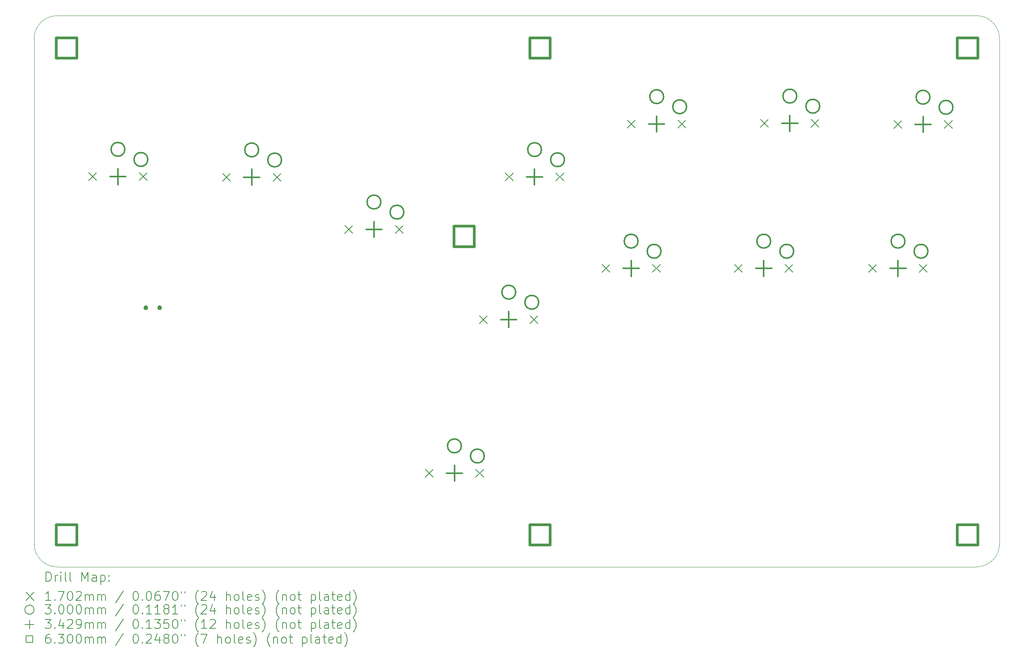
<source format=gbr>
%TF.GenerationSoftware,KiCad,Pcbnew,8.0.1*%
%TF.CreationDate,2024-05-01T14:39:18+02:00*%
%TF.ProjectId,PE2-for-review,5045322d-666f-4722-9d72-65766965772e,rev?*%
%TF.SameCoordinates,Original*%
%TF.FileFunction,Drillmap*%
%TF.FilePolarity,Positive*%
%FSLAX45Y45*%
G04 Gerber Fmt 4.5, Leading zero omitted, Abs format (unit mm)*
G04 Created by KiCad (PCBNEW 8.0.1) date 2024-05-01 14:39:18*
%MOMM*%
%LPD*%
G01*
G04 APERTURE LIST*
%ADD10C,0.050000*%
%ADD11C,0.000000*%
%ADD12C,0.200000*%
%ADD13C,0.170180*%
%ADD14C,0.300000*%
%ADD15C,0.342900*%
%ADD16C,0.630000*%
G04 APERTURE END LIST*
D10*
X25000000Y-3500000D02*
X25000000Y-14500000D01*
X4000000Y-14500000D02*
X4000000Y-3500000D01*
X4500000Y-3000000D02*
X13600000Y-3000000D01*
X13600000Y-3000000D02*
X24500000Y-3000000D01*
X24500000Y-15000000D02*
X22320000Y-15000000D01*
X4000000Y-3500000D02*
G75*
G02*
X4500000Y-3000000I500000J0D01*
G01*
X4500000Y-15000000D02*
G75*
G02*
X4000000Y-14500000I0J500000D01*
G01*
X25000000Y-14500000D02*
G75*
G02*
X24500000Y-15000000I-500000J0D01*
G01*
X24500000Y-3000000D02*
G75*
G02*
X25000000Y-3500000I0J-500000D01*
G01*
X22320000Y-15000000D02*
X4500000Y-15000000D01*
D11*
G36*
X6450771Y-9312018D02*
G01*
X6462743Y-9319713D01*
X6472063Y-9330468D01*
X6477975Y-9343413D01*
X6480000Y-9357500D01*
X6477975Y-9371587D01*
X6472063Y-9384532D01*
X6462743Y-9395288D01*
X6450771Y-9402982D01*
X6437116Y-9406991D01*
X6422884Y-9406991D01*
X6409229Y-9402982D01*
X6397257Y-9395288D01*
X6387937Y-9384532D01*
X6382025Y-9371587D01*
X6380000Y-9357500D01*
X6382025Y-9343413D01*
X6387937Y-9330468D01*
X6397257Y-9319713D01*
X6409229Y-9312018D01*
X6422884Y-9308009D01*
X6437116Y-9308009D01*
X6450771Y-9312018D01*
G37*
G36*
X6750771Y-9312018D02*
G01*
X6762743Y-9319713D01*
X6772063Y-9330468D01*
X6777975Y-9343413D01*
X6780000Y-9357500D01*
X6777975Y-9371587D01*
X6772063Y-9384532D01*
X6762743Y-9395288D01*
X6750771Y-9402982D01*
X6737116Y-9406991D01*
X6722884Y-9406991D01*
X6709229Y-9402982D01*
X6697257Y-9395288D01*
X6687937Y-9384532D01*
X6682025Y-9371587D01*
X6680000Y-9357500D01*
X6682025Y-9343413D01*
X6687937Y-9330468D01*
X6697257Y-9319713D01*
X6709229Y-9312018D01*
X6722884Y-9308009D01*
X6737116Y-9308009D01*
X6750771Y-9312018D01*
G37*
D12*
D13*
X5187410Y-6419910D02*
X5357590Y-6590090D01*
X5357590Y-6419910D02*
X5187410Y-6590090D01*
X6287410Y-6419910D02*
X6457590Y-6590090D01*
X6457590Y-6419910D02*
X6287410Y-6590090D01*
X8096910Y-6431910D02*
X8267090Y-6602090D01*
X8267090Y-6431910D02*
X8096910Y-6602090D01*
X9196910Y-6431910D02*
X9367090Y-6602090D01*
X9367090Y-6431910D02*
X9196910Y-6602090D01*
X10756910Y-7566910D02*
X10927090Y-7737090D01*
X10927090Y-7566910D02*
X10756910Y-7737090D01*
X11856910Y-7566910D02*
X12027090Y-7737090D01*
X12027090Y-7566910D02*
X11856910Y-7737090D01*
X12506910Y-12876910D02*
X12677090Y-13047090D01*
X12677090Y-12876910D02*
X12506910Y-13047090D01*
X13606910Y-12876910D02*
X13777090Y-13047090D01*
X13777090Y-12876910D02*
X13606910Y-13047090D01*
X13689910Y-9529910D02*
X13860090Y-9700090D01*
X13860090Y-9529910D02*
X13689910Y-9700090D01*
X14250910Y-6425910D02*
X14421090Y-6596090D01*
X14421090Y-6425910D02*
X14250910Y-6596090D01*
X14789910Y-9529910D02*
X14960090Y-9700090D01*
X14960090Y-9529910D02*
X14789910Y-9700090D01*
X15350910Y-6425910D02*
X15521090Y-6596090D01*
X15521090Y-6425910D02*
X15350910Y-6596090D01*
X16350910Y-8418910D02*
X16521090Y-8589090D01*
X16521090Y-8418910D02*
X16350910Y-8589090D01*
X16906910Y-5272910D02*
X17077090Y-5443090D01*
X17077090Y-5272910D02*
X16906910Y-5443090D01*
X17450910Y-8418910D02*
X17621090Y-8589090D01*
X17621090Y-8418910D02*
X17450910Y-8589090D01*
X18006910Y-5272910D02*
X18177090Y-5443090D01*
X18177090Y-5272910D02*
X18006910Y-5443090D01*
X19235910Y-8418910D02*
X19406090Y-8589090D01*
X19406090Y-8418910D02*
X19235910Y-8589090D01*
X19803910Y-5260910D02*
X19974090Y-5431090D01*
X19974090Y-5260910D02*
X19803910Y-5431090D01*
X20335910Y-8418910D02*
X20506090Y-8589090D01*
X20506090Y-8418910D02*
X20335910Y-8589090D01*
X20903910Y-5260910D02*
X21074090Y-5431090D01*
X21074090Y-5260910D02*
X20903910Y-5431090D01*
X22156910Y-8418910D02*
X22327090Y-8589090D01*
X22327090Y-8418910D02*
X22156910Y-8589090D01*
X22700910Y-5284910D02*
X22871090Y-5455090D01*
X22871090Y-5284910D02*
X22700910Y-5455090D01*
X23256910Y-8418910D02*
X23427090Y-8589090D01*
X23427090Y-8418910D02*
X23256910Y-8589090D01*
X23800910Y-5284910D02*
X23971090Y-5455090D01*
X23971090Y-5284910D02*
X23800910Y-5455090D01*
D14*
X5972500Y-5910000D02*
G75*
G02*
X5672500Y-5910000I-150000J0D01*
G01*
X5672500Y-5910000D02*
G75*
G02*
X5972500Y-5910000I150000J0D01*
G01*
X6472500Y-6130000D02*
G75*
G02*
X6172500Y-6130000I-150000J0D01*
G01*
X6172500Y-6130000D02*
G75*
G02*
X6472500Y-6130000I150000J0D01*
G01*
X8882000Y-5922000D02*
G75*
G02*
X8582000Y-5922000I-150000J0D01*
G01*
X8582000Y-5922000D02*
G75*
G02*
X8882000Y-5922000I150000J0D01*
G01*
X9382000Y-6142000D02*
G75*
G02*
X9082000Y-6142000I-150000J0D01*
G01*
X9082000Y-6142000D02*
G75*
G02*
X9382000Y-6142000I150000J0D01*
G01*
X11542000Y-7057000D02*
G75*
G02*
X11242000Y-7057000I-150000J0D01*
G01*
X11242000Y-7057000D02*
G75*
G02*
X11542000Y-7057000I150000J0D01*
G01*
X12042000Y-7277000D02*
G75*
G02*
X11742000Y-7277000I-150000J0D01*
G01*
X11742000Y-7277000D02*
G75*
G02*
X12042000Y-7277000I150000J0D01*
G01*
X13292000Y-12367000D02*
G75*
G02*
X12992000Y-12367000I-150000J0D01*
G01*
X12992000Y-12367000D02*
G75*
G02*
X13292000Y-12367000I150000J0D01*
G01*
X13792000Y-12587000D02*
G75*
G02*
X13492000Y-12587000I-150000J0D01*
G01*
X13492000Y-12587000D02*
G75*
G02*
X13792000Y-12587000I150000J0D01*
G01*
X14475000Y-9020000D02*
G75*
G02*
X14175000Y-9020000I-150000J0D01*
G01*
X14175000Y-9020000D02*
G75*
G02*
X14475000Y-9020000I150000J0D01*
G01*
X14975000Y-9240000D02*
G75*
G02*
X14675000Y-9240000I-150000J0D01*
G01*
X14675000Y-9240000D02*
G75*
G02*
X14975000Y-9240000I150000J0D01*
G01*
X15036000Y-5916000D02*
G75*
G02*
X14736000Y-5916000I-150000J0D01*
G01*
X14736000Y-5916000D02*
G75*
G02*
X15036000Y-5916000I150000J0D01*
G01*
X15536000Y-6136000D02*
G75*
G02*
X15236000Y-6136000I-150000J0D01*
G01*
X15236000Y-6136000D02*
G75*
G02*
X15536000Y-6136000I150000J0D01*
G01*
X17136000Y-7909000D02*
G75*
G02*
X16836000Y-7909000I-150000J0D01*
G01*
X16836000Y-7909000D02*
G75*
G02*
X17136000Y-7909000I150000J0D01*
G01*
X17636000Y-8129000D02*
G75*
G02*
X17336000Y-8129000I-150000J0D01*
G01*
X17336000Y-8129000D02*
G75*
G02*
X17636000Y-8129000I150000J0D01*
G01*
X17692000Y-4763000D02*
G75*
G02*
X17392000Y-4763000I-150000J0D01*
G01*
X17392000Y-4763000D02*
G75*
G02*
X17692000Y-4763000I150000J0D01*
G01*
X18192000Y-4983000D02*
G75*
G02*
X17892000Y-4983000I-150000J0D01*
G01*
X17892000Y-4983000D02*
G75*
G02*
X18192000Y-4983000I150000J0D01*
G01*
X20021000Y-7909000D02*
G75*
G02*
X19721000Y-7909000I-150000J0D01*
G01*
X19721000Y-7909000D02*
G75*
G02*
X20021000Y-7909000I150000J0D01*
G01*
X20521000Y-8129000D02*
G75*
G02*
X20221000Y-8129000I-150000J0D01*
G01*
X20221000Y-8129000D02*
G75*
G02*
X20521000Y-8129000I150000J0D01*
G01*
X20589000Y-4751000D02*
G75*
G02*
X20289000Y-4751000I-150000J0D01*
G01*
X20289000Y-4751000D02*
G75*
G02*
X20589000Y-4751000I150000J0D01*
G01*
X21089000Y-4971000D02*
G75*
G02*
X20789000Y-4971000I-150000J0D01*
G01*
X20789000Y-4971000D02*
G75*
G02*
X21089000Y-4971000I150000J0D01*
G01*
X22942000Y-7909000D02*
G75*
G02*
X22642000Y-7909000I-150000J0D01*
G01*
X22642000Y-7909000D02*
G75*
G02*
X22942000Y-7909000I150000J0D01*
G01*
X23442000Y-8129000D02*
G75*
G02*
X23142000Y-8129000I-150000J0D01*
G01*
X23142000Y-8129000D02*
G75*
G02*
X23442000Y-8129000I150000J0D01*
G01*
X23486000Y-4775000D02*
G75*
G02*
X23186000Y-4775000I-150000J0D01*
G01*
X23186000Y-4775000D02*
G75*
G02*
X23486000Y-4775000I150000J0D01*
G01*
X23986000Y-4995000D02*
G75*
G02*
X23686000Y-4995000I-150000J0D01*
G01*
X23686000Y-4995000D02*
G75*
G02*
X23986000Y-4995000I150000J0D01*
G01*
D15*
X5822500Y-6333550D02*
X5822500Y-6676450D01*
X5651050Y-6505000D02*
X5993950Y-6505000D01*
X8732000Y-6345550D02*
X8732000Y-6688450D01*
X8560550Y-6517000D02*
X8903450Y-6517000D01*
X11392000Y-7480550D02*
X11392000Y-7823450D01*
X11220550Y-7652000D02*
X11563450Y-7652000D01*
X13142000Y-12790550D02*
X13142000Y-13133450D01*
X12970550Y-12962000D02*
X13313450Y-12962000D01*
X14325000Y-9443550D02*
X14325000Y-9786450D01*
X14153550Y-9615000D02*
X14496450Y-9615000D01*
X14886000Y-6339550D02*
X14886000Y-6682450D01*
X14714550Y-6511000D02*
X15057450Y-6511000D01*
X16986000Y-8332550D02*
X16986000Y-8675450D01*
X16814550Y-8504000D02*
X17157450Y-8504000D01*
X17542000Y-5186550D02*
X17542000Y-5529450D01*
X17370550Y-5358000D02*
X17713450Y-5358000D01*
X19871000Y-8332550D02*
X19871000Y-8675450D01*
X19699550Y-8504000D02*
X20042450Y-8504000D01*
X20439000Y-5174550D02*
X20439000Y-5517450D01*
X20267550Y-5346000D02*
X20610450Y-5346000D01*
X22792000Y-8332550D02*
X22792000Y-8675450D01*
X22620550Y-8504000D02*
X22963450Y-8504000D01*
X23336000Y-5198550D02*
X23336000Y-5541450D01*
X23164550Y-5370000D02*
X23507450Y-5370000D01*
D16*
X4922741Y-3922741D02*
X4922741Y-3477259D01*
X4477259Y-3477259D01*
X4477259Y-3922741D01*
X4922741Y-3922741D01*
X4922741Y-14522741D02*
X4922741Y-14077259D01*
X4477259Y-14077259D01*
X4477259Y-14522741D01*
X4922741Y-14522741D01*
X13572741Y-8022741D02*
X13572741Y-7577259D01*
X13127259Y-7577259D01*
X13127259Y-8022741D01*
X13572741Y-8022741D01*
X15222741Y-3922741D02*
X15222741Y-3477259D01*
X14777259Y-3477259D01*
X14777259Y-3922741D01*
X15222741Y-3922741D01*
X15222741Y-14522741D02*
X15222741Y-14077259D01*
X14777259Y-14077259D01*
X14777259Y-14522741D01*
X15222741Y-14522741D01*
X24522741Y-3922741D02*
X24522741Y-3477259D01*
X24077259Y-3477259D01*
X24077259Y-3922741D01*
X24522741Y-3922741D01*
X24522741Y-14522741D02*
X24522741Y-14077259D01*
X24077259Y-14077259D01*
X24077259Y-14522741D01*
X24522741Y-14522741D01*
D12*
X4258277Y-15313984D02*
X4258277Y-15113984D01*
X4258277Y-15113984D02*
X4305896Y-15113984D01*
X4305896Y-15113984D02*
X4334467Y-15123508D01*
X4334467Y-15123508D02*
X4353515Y-15142555D01*
X4353515Y-15142555D02*
X4363039Y-15161603D01*
X4363039Y-15161603D02*
X4372563Y-15199698D01*
X4372563Y-15199698D02*
X4372563Y-15228269D01*
X4372563Y-15228269D02*
X4363039Y-15266365D01*
X4363039Y-15266365D02*
X4353515Y-15285412D01*
X4353515Y-15285412D02*
X4334467Y-15304460D01*
X4334467Y-15304460D02*
X4305896Y-15313984D01*
X4305896Y-15313984D02*
X4258277Y-15313984D01*
X4458277Y-15313984D02*
X4458277Y-15180650D01*
X4458277Y-15218746D02*
X4467801Y-15199698D01*
X4467801Y-15199698D02*
X4477324Y-15190174D01*
X4477324Y-15190174D02*
X4496372Y-15180650D01*
X4496372Y-15180650D02*
X4515420Y-15180650D01*
X4582086Y-15313984D02*
X4582086Y-15180650D01*
X4582086Y-15113984D02*
X4572563Y-15123508D01*
X4572563Y-15123508D02*
X4582086Y-15133031D01*
X4582086Y-15133031D02*
X4591610Y-15123508D01*
X4591610Y-15123508D02*
X4582086Y-15113984D01*
X4582086Y-15113984D02*
X4582086Y-15133031D01*
X4705896Y-15313984D02*
X4686848Y-15304460D01*
X4686848Y-15304460D02*
X4677324Y-15285412D01*
X4677324Y-15285412D02*
X4677324Y-15113984D01*
X4810658Y-15313984D02*
X4791610Y-15304460D01*
X4791610Y-15304460D02*
X4782086Y-15285412D01*
X4782086Y-15285412D02*
X4782086Y-15113984D01*
X5039229Y-15313984D02*
X5039229Y-15113984D01*
X5039229Y-15113984D02*
X5105896Y-15256841D01*
X5105896Y-15256841D02*
X5172563Y-15113984D01*
X5172563Y-15113984D02*
X5172563Y-15313984D01*
X5353515Y-15313984D02*
X5353515Y-15209222D01*
X5353515Y-15209222D02*
X5343991Y-15190174D01*
X5343991Y-15190174D02*
X5324944Y-15180650D01*
X5324944Y-15180650D02*
X5286848Y-15180650D01*
X5286848Y-15180650D02*
X5267801Y-15190174D01*
X5353515Y-15304460D02*
X5334467Y-15313984D01*
X5334467Y-15313984D02*
X5286848Y-15313984D01*
X5286848Y-15313984D02*
X5267801Y-15304460D01*
X5267801Y-15304460D02*
X5258277Y-15285412D01*
X5258277Y-15285412D02*
X5258277Y-15266365D01*
X5258277Y-15266365D02*
X5267801Y-15247317D01*
X5267801Y-15247317D02*
X5286848Y-15237793D01*
X5286848Y-15237793D02*
X5334467Y-15237793D01*
X5334467Y-15237793D02*
X5353515Y-15228269D01*
X5448753Y-15180650D02*
X5448753Y-15380650D01*
X5448753Y-15190174D02*
X5467801Y-15180650D01*
X5467801Y-15180650D02*
X5505896Y-15180650D01*
X5505896Y-15180650D02*
X5524944Y-15190174D01*
X5524944Y-15190174D02*
X5534467Y-15199698D01*
X5534467Y-15199698D02*
X5543991Y-15218746D01*
X5543991Y-15218746D02*
X5543991Y-15275888D01*
X5543991Y-15275888D02*
X5534467Y-15294936D01*
X5534467Y-15294936D02*
X5524944Y-15304460D01*
X5524944Y-15304460D02*
X5505896Y-15313984D01*
X5505896Y-15313984D02*
X5467801Y-15313984D01*
X5467801Y-15313984D02*
X5448753Y-15304460D01*
X5629705Y-15294936D02*
X5639229Y-15304460D01*
X5639229Y-15304460D02*
X5629705Y-15313984D01*
X5629705Y-15313984D02*
X5620182Y-15304460D01*
X5620182Y-15304460D02*
X5629705Y-15294936D01*
X5629705Y-15294936D02*
X5629705Y-15313984D01*
X5629705Y-15190174D02*
X5639229Y-15199698D01*
X5639229Y-15199698D02*
X5629705Y-15209222D01*
X5629705Y-15209222D02*
X5620182Y-15199698D01*
X5620182Y-15199698D02*
X5629705Y-15190174D01*
X5629705Y-15190174D02*
X5629705Y-15209222D01*
D13*
X3827320Y-15557410D02*
X3997500Y-15727590D01*
X3997500Y-15557410D02*
X3827320Y-15727590D01*
D12*
X4363039Y-15733984D02*
X4248753Y-15733984D01*
X4305896Y-15733984D02*
X4305896Y-15533984D01*
X4305896Y-15533984D02*
X4286848Y-15562555D01*
X4286848Y-15562555D02*
X4267801Y-15581603D01*
X4267801Y-15581603D02*
X4248753Y-15591127D01*
X4448753Y-15714936D02*
X4458277Y-15724460D01*
X4458277Y-15724460D02*
X4448753Y-15733984D01*
X4448753Y-15733984D02*
X4439229Y-15724460D01*
X4439229Y-15724460D02*
X4448753Y-15714936D01*
X4448753Y-15714936D02*
X4448753Y-15733984D01*
X4524944Y-15533984D02*
X4658277Y-15533984D01*
X4658277Y-15533984D02*
X4572563Y-15733984D01*
X4772563Y-15533984D02*
X4791610Y-15533984D01*
X4791610Y-15533984D02*
X4810658Y-15543508D01*
X4810658Y-15543508D02*
X4820182Y-15553031D01*
X4820182Y-15553031D02*
X4829705Y-15572079D01*
X4829705Y-15572079D02*
X4839229Y-15610174D01*
X4839229Y-15610174D02*
X4839229Y-15657793D01*
X4839229Y-15657793D02*
X4829705Y-15695888D01*
X4829705Y-15695888D02*
X4820182Y-15714936D01*
X4820182Y-15714936D02*
X4810658Y-15724460D01*
X4810658Y-15724460D02*
X4791610Y-15733984D01*
X4791610Y-15733984D02*
X4772563Y-15733984D01*
X4772563Y-15733984D02*
X4753515Y-15724460D01*
X4753515Y-15724460D02*
X4743991Y-15714936D01*
X4743991Y-15714936D02*
X4734467Y-15695888D01*
X4734467Y-15695888D02*
X4724944Y-15657793D01*
X4724944Y-15657793D02*
X4724944Y-15610174D01*
X4724944Y-15610174D02*
X4734467Y-15572079D01*
X4734467Y-15572079D02*
X4743991Y-15553031D01*
X4743991Y-15553031D02*
X4753515Y-15543508D01*
X4753515Y-15543508D02*
X4772563Y-15533984D01*
X4915420Y-15553031D02*
X4924944Y-15543508D01*
X4924944Y-15543508D02*
X4943991Y-15533984D01*
X4943991Y-15533984D02*
X4991610Y-15533984D01*
X4991610Y-15533984D02*
X5010658Y-15543508D01*
X5010658Y-15543508D02*
X5020182Y-15553031D01*
X5020182Y-15553031D02*
X5029705Y-15572079D01*
X5029705Y-15572079D02*
X5029705Y-15591127D01*
X5029705Y-15591127D02*
X5020182Y-15619698D01*
X5020182Y-15619698D02*
X4905896Y-15733984D01*
X4905896Y-15733984D02*
X5029705Y-15733984D01*
X5115420Y-15733984D02*
X5115420Y-15600650D01*
X5115420Y-15619698D02*
X5124944Y-15610174D01*
X5124944Y-15610174D02*
X5143991Y-15600650D01*
X5143991Y-15600650D02*
X5172563Y-15600650D01*
X5172563Y-15600650D02*
X5191610Y-15610174D01*
X5191610Y-15610174D02*
X5201134Y-15629222D01*
X5201134Y-15629222D02*
X5201134Y-15733984D01*
X5201134Y-15629222D02*
X5210658Y-15610174D01*
X5210658Y-15610174D02*
X5229705Y-15600650D01*
X5229705Y-15600650D02*
X5258277Y-15600650D01*
X5258277Y-15600650D02*
X5277325Y-15610174D01*
X5277325Y-15610174D02*
X5286848Y-15629222D01*
X5286848Y-15629222D02*
X5286848Y-15733984D01*
X5382086Y-15733984D02*
X5382086Y-15600650D01*
X5382086Y-15619698D02*
X5391610Y-15610174D01*
X5391610Y-15610174D02*
X5410658Y-15600650D01*
X5410658Y-15600650D02*
X5439229Y-15600650D01*
X5439229Y-15600650D02*
X5458277Y-15610174D01*
X5458277Y-15610174D02*
X5467801Y-15629222D01*
X5467801Y-15629222D02*
X5467801Y-15733984D01*
X5467801Y-15629222D02*
X5477325Y-15610174D01*
X5477325Y-15610174D02*
X5496372Y-15600650D01*
X5496372Y-15600650D02*
X5524944Y-15600650D01*
X5524944Y-15600650D02*
X5543991Y-15610174D01*
X5543991Y-15610174D02*
X5553515Y-15629222D01*
X5553515Y-15629222D02*
X5553515Y-15733984D01*
X5943991Y-15524460D02*
X5772563Y-15781603D01*
X6201134Y-15533984D02*
X6220182Y-15533984D01*
X6220182Y-15533984D02*
X6239229Y-15543508D01*
X6239229Y-15543508D02*
X6248753Y-15553031D01*
X6248753Y-15553031D02*
X6258277Y-15572079D01*
X6258277Y-15572079D02*
X6267801Y-15610174D01*
X6267801Y-15610174D02*
X6267801Y-15657793D01*
X6267801Y-15657793D02*
X6258277Y-15695888D01*
X6258277Y-15695888D02*
X6248753Y-15714936D01*
X6248753Y-15714936D02*
X6239229Y-15724460D01*
X6239229Y-15724460D02*
X6220182Y-15733984D01*
X6220182Y-15733984D02*
X6201134Y-15733984D01*
X6201134Y-15733984D02*
X6182086Y-15724460D01*
X6182086Y-15724460D02*
X6172563Y-15714936D01*
X6172563Y-15714936D02*
X6163039Y-15695888D01*
X6163039Y-15695888D02*
X6153515Y-15657793D01*
X6153515Y-15657793D02*
X6153515Y-15610174D01*
X6153515Y-15610174D02*
X6163039Y-15572079D01*
X6163039Y-15572079D02*
X6172563Y-15553031D01*
X6172563Y-15553031D02*
X6182086Y-15543508D01*
X6182086Y-15543508D02*
X6201134Y-15533984D01*
X6353515Y-15714936D02*
X6363039Y-15724460D01*
X6363039Y-15724460D02*
X6353515Y-15733984D01*
X6353515Y-15733984D02*
X6343991Y-15724460D01*
X6343991Y-15724460D02*
X6353515Y-15714936D01*
X6353515Y-15714936D02*
X6353515Y-15733984D01*
X6486848Y-15533984D02*
X6505896Y-15533984D01*
X6505896Y-15533984D02*
X6524944Y-15543508D01*
X6524944Y-15543508D02*
X6534467Y-15553031D01*
X6534467Y-15553031D02*
X6543991Y-15572079D01*
X6543991Y-15572079D02*
X6553515Y-15610174D01*
X6553515Y-15610174D02*
X6553515Y-15657793D01*
X6553515Y-15657793D02*
X6543991Y-15695888D01*
X6543991Y-15695888D02*
X6534467Y-15714936D01*
X6534467Y-15714936D02*
X6524944Y-15724460D01*
X6524944Y-15724460D02*
X6505896Y-15733984D01*
X6505896Y-15733984D02*
X6486848Y-15733984D01*
X6486848Y-15733984D02*
X6467801Y-15724460D01*
X6467801Y-15724460D02*
X6458277Y-15714936D01*
X6458277Y-15714936D02*
X6448753Y-15695888D01*
X6448753Y-15695888D02*
X6439229Y-15657793D01*
X6439229Y-15657793D02*
X6439229Y-15610174D01*
X6439229Y-15610174D02*
X6448753Y-15572079D01*
X6448753Y-15572079D02*
X6458277Y-15553031D01*
X6458277Y-15553031D02*
X6467801Y-15543508D01*
X6467801Y-15543508D02*
X6486848Y-15533984D01*
X6724944Y-15533984D02*
X6686848Y-15533984D01*
X6686848Y-15533984D02*
X6667801Y-15543508D01*
X6667801Y-15543508D02*
X6658277Y-15553031D01*
X6658277Y-15553031D02*
X6639229Y-15581603D01*
X6639229Y-15581603D02*
X6629706Y-15619698D01*
X6629706Y-15619698D02*
X6629706Y-15695888D01*
X6629706Y-15695888D02*
X6639229Y-15714936D01*
X6639229Y-15714936D02*
X6648753Y-15724460D01*
X6648753Y-15724460D02*
X6667801Y-15733984D01*
X6667801Y-15733984D02*
X6705896Y-15733984D01*
X6705896Y-15733984D02*
X6724944Y-15724460D01*
X6724944Y-15724460D02*
X6734467Y-15714936D01*
X6734467Y-15714936D02*
X6743991Y-15695888D01*
X6743991Y-15695888D02*
X6743991Y-15648269D01*
X6743991Y-15648269D02*
X6734467Y-15629222D01*
X6734467Y-15629222D02*
X6724944Y-15619698D01*
X6724944Y-15619698D02*
X6705896Y-15610174D01*
X6705896Y-15610174D02*
X6667801Y-15610174D01*
X6667801Y-15610174D02*
X6648753Y-15619698D01*
X6648753Y-15619698D02*
X6639229Y-15629222D01*
X6639229Y-15629222D02*
X6629706Y-15648269D01*
X6810658Y-15533984D02*
X6943991Y-15533984D01*
X6943991Y-15533984D02*
X6858277Y-15733984D01*
X7058277Y-15533984D02*
X7077325Y-15533984D01*
X7077325Y-15533984D02*
X7096372Y-15543508D01*
X7096372Y-15543508D02*
X7105896Y-15553031D01*
X7105896Y-15553031D02*
X7115420Y-15572079D01*
X7115420Y-15572079D02*
X7124944Y-15610174D01*
X7124944Y-15610174D02*
X7124944Y-15657793D01*
X7124944Y-15657793D02*
X7115420Y-15695888D01*
X7115420Y-15695888D02*
X7105896Y-15714936D01*
X7105896Y-15714936D02*
X7096372Y-15724460D01*
X7096372Y-15724460D02*
X7077325Y-15733984D01*
X7077325Y-15733984D02*
X7058277Y-15733984D01*
X7058277Y-15733984D02*
X7039229Y-15724460D01*
X7039229Y-15724460D02*
X7029706Y-15714936D01*
X7029706Y-15714936D02*
X7020182Y-15695888D01*
X7020182Y-15695888D02*
X7010658Y-15657793D01*
X7010658Y-15657793D02*
X7010658Y-15610174D01*
X7010658Y-15610174D02*
X7020182Y-15572079D01*
X7020182Y-15572079D02*
X7029706Y-15553031D01*
X7029706Y-15553031D02*
X7039229Y-15543508D01*
X7039229Y-15543508D02*
X7058277Y-15533984D01*
X7201134Y-15533984D02*
X7201134Y-15572079D01*
X7277325Y-15533984D02*
X7277325Y-15572079D01*
X7572563Y-15810174D02*
X7563039Y-15800650D01*
X7563039Y-15800650D02*
X7543991Y-15772079D01*
X7543991Y-15772079D02*
X7534468Y-15753031D01*
X7534468Y-15753031D02*
X7524944Y-15724460D01*
X7524944Y-15724460D02*
X7515420Y-15676841D01*
X7515420Y-15676841D02*
X7515420Y-15638746D01*
X7515420Y-15638746D02*
X7524944Y-15591127D01*
X7524944Y-15591127D02*
X7534468Y-15562555D01*
X7534468Y-15562555D02*
X7543991Y-15543508D01*
X7543991Y-15543508D02*
X7563039Y-15514936D01*
X7563039Y-15514936D02*
X7572563Y-15505412D01*
X7639229Y-15553031D02*
X7648753Y-15543508D01*
X7648753Y-15543508D02*
X7667801Y-15533984D01*
X7667801Y-15533984D02*
X7715420Y-15533984D01*
X7715420Y-15533984D02*
X7734468Y-15543508D01*
X7734468Y-15543508D02*
X7743991Y-15553031D01*
X7743991Y-15553031D02*
X7753515Y-15572079D01*
X7753515Y-15572079D02*
X7753515Y-15591127D01*
X7753515Y-15591127D02*
X7743991Y-15619698D01*
X7743991Y-15619698D02*
X7629706Y-15733984D01*
X7629706Y-15733984D02*
X7753515Y-15733984D01*
X7924944Y-15600650D02*
X7924944Y-15733984D01*
X7877325Y-15524460D02*
X7829706Y-15667317D01*
X7829706Y-15667317D02*
X7953515Y-15667317D01*
X8182087Y-15733984D02*
X8182087Y-15533984D01*
X8267801Y-15733984D02*
X8267801Y-15629222D01*
X8267801Y-15629222D02*
X8258277Y-15610174D01*
X8258277Y-15610174D02*
X8239230Y-15600650D01*
X8239230Y-15600650D02*
X8210658Y-15600650D01*
X8210658Y-15600650D02*
X8191610Y-15610174D01*
X8191610Y-15610174D02*
X8182087Y-15619698D01*
X8391611Y-15733984D02*
X8372563Y-15724460D01*
X8372563Y-15724460D02*
X8363039Y-15714936D01*
X8363039Y-15714936D02*
X8353515Y-15695888D01*
X8353515Y-15695888D02*
X8353515Y-15638746D01*
X8353515Y-15638746D02*
X8363039Y-15619698D01*
X8363039Y-15619698D02*
X8372563Y-15610174D01*
X8372563Y-15610174D02*
X8391611Y-15600650D01*
X8391611Y-15600650D02*
X8420182Y-15600650D01*
X8420182Y-15600650D02*
X8439230Y-15610174D01*
X8439230Y-15610174D02*
X8448753Y-15619698D01*
X8448753Y-15619698D02*
X8458277Y-15638746D01*
X8458277Y-15638746D02*
X8458277Y-15695888D01*
X8458277Y-15695888D02*
X8448753Y-15714936D01*
X8448753Y-15714936D02*
X8439230Y-15724460D01*
X8439230Y-15724460D02*
X8420182Y-15733984D01*
X8420182Y-15733984D02*
X8391611Y-15733984D01*
X8572563Y-15733984D02*
X8553515Y-15724460D01*
X8553515Y-15724460D02*
X8543992Y-15705412D01*
X8543992Y-15705412D02*
X8543992Y-15533984D01*
X8724944Y-15724460D02*
X8705896Y-15733984D01*
X8705896Y-15733984D02*
X8667801Y-15733984D01*
X8667801Y-15733984D02*
X8648753Y-15724460D01*
X8648753Y-15724460D02*
X8639230Y-15705412D01*
X8639230Y-15705412D02*
X8639230Y-15629222D01*
X8639230Y-15629222D02*
X8648753Y-15610174D01*
X8648753Y-15610174D02*
X8667801Y-15600650D01*
X8667801Y-15600650D02*
X8705896Y-15600650D01*
X8705896Y-15600650D02*
X8724944Y-15610174D01*
X8724944Y-15610174D02*
X8734468Y-15629222D01*
X8734468Y-15629222D02*
X8734468Y-15648269D01*
X8734468Y-15648269D02*
X8639230Y-15667317D01*
X8810658Y-15724460D02*
X8829706Y-15733984D01*
X8829706Y-15733984D02*
X8867801Y-15733984D01*
X8867801Y-15733984D02*
X8886849Y-15724460D01*
X8886849Y-15724460D02*
X8896373Y-15705412D01*
X8896373Y-15705412D02*
X8896373Y-15695888D01*
X8896373Y-15695888D02*
X8886849Y-15676841D01*
X8886849Y-15676841D02*
X8867801Y-15667317D01*
X8867801Y-15667317D02*
X8839230Y-15667317D01*
X8839230Y-15667317D02*
X8820182Y-15657793D01*
X8820182Y-15657793D02*
X8810658Y-15638746D01*
X8810658Y-15638746D02*
X8810658Y-15629222D01*
X8810658Y-15629222D02*
X8820182Y-15610174D01*
X8820182Y-15610174D02*
X8839230Y-15600650D01*
X8839230Y-15600650D02*
X8867801Y-15600650D01*
X8867801Y-15600650D02*
X8886849Y-15610174D01*
X8963039Y-15810174D02*
X8972563Y-15800650D01*
X8972563Y-15800650D02*
X8991611Y-15772079D01*
X8991611Y-15772079D02*
X9001134Y-15753031D01*
X9001134Y-15753031D02*
X9010658Y-15724460D01*
X9010658Y-15724460D02*
X9020182Y-15676841D01*
X9020182Y-15676841D02*
X9020182Y-15638746D01*
X9020182Y-15638746D02*
X9010658Y-15591127D01*
X9010658Y-15591127D02*
X9001134Y-15562555D01*
X9001134Y-15562555D02*
X8991611Y-15543508D01*
X8991611Y-15543508D02*
X8972563Y-15514936D01*
X8972563Y-15514936D02*
X8963039Y-15505412D01*
X9324944Y-15810174D02*
X9315420Y-15800650D01*
X9315420Y-15800650D02*
X9296373Y-15772079D01*
X9296373Y-15772079D02*
X9286849Y-15753031D01*
X9286849Y-15753031D02*
X9277325Y-15724460D01*
X9277325Y-15724460D02*
X9267801Y-15676841D01*
X9267801Y-15676841D02*
X9267801Y-15638746D01*
X9267801Y-15638746D02*
X9277325Y-15591127D01*
X9277325Y-15591127D02*
X9286849Y-15562555D01*
X9286849Y-15562555D02*
X9296373Y-15543508D01*
X9296373Y-15543508D02*
X9315420Y-15514936D01*
X9315420Y-15514936D02*
X9324944Y-15505412D01*
X9401134Y-15600650D02*
X9401134Y-15733984D01*
X9401134Y-15619698D02*
X9410658Y-15610174D01*
X9410658Y-15610174D02*
X9429706Y-15600650D01*
X9429706Y-15600650D02*
X9458277Y-15600650D01*
X9458277Y-15600650D02*
X9477325Y-15610174D01*
X9477325Y-15610174D02*
X9486849Y-15629222D01*
X9486849Y-15629222D02*
X9486849Y-15733984D01*
X9610658Y-15733984D02*
X9591611Y-15724460D01*
X9591611Y-15724460D02*
X9582087Y-15714936D01*
X9582087Y-15714936D02*
X9572563Y-15695888D01*
X9572563Y-15695888D02*
X9572563Y-15638746D01*
X9572563Y-15638746D02*
X9582087Y-15619698D01*
X9582087Y-15619698D02*
X9591611Y-15610174D01*
X9591611Y-15610174D02*
X9610658Y-15600650D01*
X9610658Y-15600650D02*
X9639230Y-15600650D01*
X9639230Y-15600650D02*
X9658277Y-15610174D01*
X9658277Y-15610174D02*
X9667801Y-15619698D01*
X9667801Y-15619698D02*
X9677325Y-15638746D01*
X9677325Y-15638746D02*
X9677325Y-15695888D01*
X9677325Y-15695888D02*
X9667801Y-15714936D01*
X9667801Y-15714936D02*
X9658277Y-15724460D01*
X9658277Y-15724460D02*
X9639230Y-15733984D01*
X9639230Y-15733984D02*
X9610658Y-15733984D01*
X9734468Y-15600650D02*
X9810658Y-15600650D01*
X9763039Y-15533984D02*
X9763039Y-15705412D01*
X9763039Y-15705412D02*
X9772563Y-15724460D01*
X9772563Y-15724460D02*
X9791611Y-15733984D01*
X9791611Y-15733984D02*
X9810658Y-15733984D01*
X10029706Y-15600650D02*
X10029706Y-15800650D01*
X10029706Y-15610174D02*
X10048754Y-15600650D01*
X10048754Y-15600650D02*
X10086849Y-15600650D01*
X10086849Y-15600650D02*
X10105896Y-15610174D01*
X10105896Y-15610174D02*
X10115420Y-15619698D01*
X10115420Y-15619698D02*
X10124944Y-15638746D01*
X10124944Y-15638746D02*
X10124944Y-15695888D01*
X10124944Y-15695888D02*
X10115420Y-15714936D01*
X10115420Y-15714936D02*
X10105896Y-15724460D01*
X10105896Y-15724460D02*
X10086849Y-15733984D01*
X10086849Y-15733984D02*
X10048754Y-15733984D01*
X10048754Y-15733984D02*
X10029706Y-15724460D01*
X10239230Y-15733984D02*
X10220182Y-15724460D01*
X10220182Y-15724460D02*
X10210658Y-15705412D01*
X10210658Y-15705412D02*
X10210658Y-15533984D01*
X10401135Y-15733984D02*
X10401135Y-15629222D01*
X10401135Y-15629222D02*
X10391611Y-15610174D01*
X10391611Y-15610174D02*
X10372563Y-15600650D01*
X10372563Y-15600650D02*
X10334468Y-15600650D01*
X10334468Y-15600650D02*
X10315420Y-15610174D01*
X10401135Y-15724460D02*
X10382087Y-15733984D01*
X10382087Y-15733984D02*
X10334468Y-15733984D01*
X10334468Y-15733984D02*
X10315420Y-15724460D01*
X10315420Y-15724460D02*
X10305896Y-15705412D01*
X10305896Y-15705412D02*
X10305896Y-15686365D01*
X10305896Y-15686365D02*
X10315420Y-15667317D01*
X10315420Y-15667317D02*
X10334468Y-15657793D01*
X10334468Y-15657793D02*
X10382087Y-15657793D01*
X10382087Y-15657793D02*
X10401135Y-15648269D01*
X10467801Y-15600650D02*
X10543992Y-15600650D01*
X10496373Y-15533984D02*
X10496373Y-15705412D01*
X10496373Y-15705412D02*
X10505896Y-15724460D01*
X10505896Y-15724460D02*
X10524944Y-15733984D01*
X10524944Y-15733984D02*
X10543992Y-15733984D01*
X10686849Y-15724460D02*
X10667801Y-15733984D01*
X10667801Y-15733984D02*
X10629706Y-15733984D01*
X10629706Y-15733984D02*
X10610658Y-15724460D01*
X10610658Y-15724460D02*
X10601135Y-15705412D01*
X10601135Y-15705412D02*
X10601135Y-15629222D01*
X10601135Y-15629222D02*
X10610658Y-15610174D01*
X10610658Y-15610174D02*
X10629706Y-15600650D01*
X10629706Y-15600650D02*
X10667801Y-15600650D01*
X10667801Y-15600650D02*
X10686849Y-15610174D01*
X10686849Y-15610174D02*
X10696373Y-15629222D01*
X10696373Y-15629222D02*
X10696373Y-15648269D01*
X10696373Y-15648269D02*
X10601135Y-15667317D01*
X10867801Y-15733984D02*
X10867801Y-15533984D01*
X10867801Y-15724460D02*
X10848754Y-15733984D01*
X10848754Y-15733984D02*
X10810658Y-15733984D01*
X10810658Y-15733984D02*
X10791611Y-15724460D01*
X10791611Y-15724460D02*
X10782087Y-15714936D01*
X10782087Y-15714936D02*
X10772563Y-15695888D01*
X10772563Y-15695888D02*
X10772563Y-15638746D01*
X10772563Y-15638746D02*
X10782087Y-15619698D01*
X10782087Y-15619698D02*
X10791611Y-15610174D01*
X10791611Y-15610174D02*
X10810658Y-15600650D01*
X10810658Y-15600650D02*
X10848754Y-15600650D01*
X10848754Y-15600650D02*
X10867801Y-15610174D01*
X10943992Y-15810174D02*
X10953516Y-15800650D01*
X10953516Y-15800650D02*
X10972563Y-15772079D01*
X10972563Y-15772079D02*
X10982087Y-15753031D01*
X10982087Y-15753031D02*
X10991611Y-15724460D01*
X10991611Y-15724460D02*
X11001135Y-15676841D01*
X11001135Y-15676841D02*
X11001135Y-15638746D01*
X11001135Y-15638746D02*
X10991611Y-15591127D01*
X10991611Y-15591127D02*
X10982087Y-15562555D01*
X10982087Y-15562555D02*
X10972563Y-15543508D01*
X10972563Y-15543508D02*
X10953516Y-15514936D01*
X10953516Y-15514936D02*
X10943992Y-15505412D01*
X3997500Y-15932680D02*
G75*
G02*
X3797500Y-15932680I-100000J0D01*
G01*
X3797500Y-15932680D02*
G75*
G02*
X3997500Y-15932680I100000J0D01*
G01*
X4239229Y-15824164D02*
X4363039Y-15824164D01*
X4363039Y-15824164D02*
X4296372Y-15900354D01*
X4296372Y-15900354D02*
X4324944Y-15900354D01*
X4324944Y-15900354D02*
X4343991Y-15909878D01*
X4343991Y-15909878D02*
X4353515Y-15919402D01*
X4353515Y-15919402D02*
X4363039Y-15938449D01*
X4363039Y-15938449D02*
X4363039Y-15986068D01*
X4363039Y-15986068D02*
X4353515Y-16005116D01*
X4353515Y-16005116D02*
X4343991Y-16014640D01*
X4343991Y-16014640D02*
X4324944Y-16024164D01*
X4324944Y-16024164D02*
X4267801Y-16024164D01*
X4267801Y-16024164D02*
X4248753Y-16014640D01*
X4248753Y-16014640D02*
X4239229Y-16005116D01*
X4448753Y-16005116D02*
X4458277Y-16014640D01*
X4458277Y-16014640D02*
X4448753Y-16024164D01*
X4448753Y-16024164D02*
X4439229Y-16014640D01*
X4439229Y-16014640D02*
X4448753Y-16005116D01*
X4448753Y-16005116D02*
X4448753Y-16024164D01*
X4582086Y-15824164D02*
X4601134Y-15824164D01*
X4601134Y-15824164D02*
X4620182Y-15833688D01*
X4620182Y-15833688D02*
X4629705Y-15843211D01*
X4629705Y-15843211D02*
X4639229Y-15862259D01*
X4639229Y-15862259D02*
X4648753Y-15900354D01*
X4648753Y-15900354D02*
X4648753Y-15947973D01*
X4648753Y-15947973D02*
X4639229Y-15986068D01*
X4639229Y-15986068D02*
X4629705Y-16005116D01*
X4629705Y-16005116D02*
X4620182Y-16014640D01*
X4620182Y-16014640D02*
X4601134Y-16024164D01*
X4601134Y-16024164D02*
X4582086Y-16024164D01*
X4582086Y-16024164D02*
X4563039Y-16014640D01*
X4563039Y-16014640D02*
X4553515Y-16005116D01*
X4553515Y-16005116D02*
X4543991Y-15986068D01*
X4543991Y-15986068D02*
X4534467Y-15947973D01*
X4534467Y-15947973D02*
X4534467Y-15900354D01*
X4534467Y-15900354D02*
X4543991Y-15862259D01*
X4543991Y-15862259D02*
X4553515Y-15843211D01*
X4553515Y-15843211D02*
X4563039Y-15833688D01*
X4563039Y-15833688D02*
X4582086Y-15824164D01*
X4772563Y-15824164D02*
X4791610Y-15824164D01*
X4791610Y-15824164D02*
X4810658Y-15833688D01*
X4810658Y-15833688D02*
X4820182Y-15843211D01*
X4820182Y-15843211D02*
X4829705Y-15862259D01*
X4829705Y-15862259D02*
X4839229Y-15900354D01*
X4839229Y-15900354D02*
X4839229Y-15947973D01*
X4839229Y-15947973D02*
X4829705Y-15986068D01*
X4829705Y-15986068D02*
X4820182Y-16005116D01*
X4820182Y-16005116D02*
X4810658Y-16014640D01*
X4810658Y-16014640D02*
X4791610Y-16024164D01*
X4791610Y-16024164D02*
X4772563Y-16024164D01*
X4772563Y-16024164D02*
X4753515Y-16014640D01*
X4753515Y-16014640D02*
X4743991Y-16005116D01*
X4743991Y-16005116D02*
X4734467Y-15986068D01*
X4734467Y-15986068D02*
X4724944Y-15947973D01*
X4724944Y-15947973D02*
X4724944Y-15900354D01*
X4724944Y-15900354D02*
X4734467Y-15862259D01*
X4734467Y-15862259D02*
X4743991Y-15843211D01*
X4743991Y-15843211D02*
X4753515Y-15833688D01*
X4753515Y-15833688D02*
X4772563Y-15824164D01*
X4963039Y-15824164D02*
X4982086Y-15824164D01*
X4982086Y-15824164D02*
X5001134Y-15833688D01*
X5001134Y-15833688D02*
X5010658Y-15843211D01*
X5010658Y-15843211D02*
X5020182Y-15862259D01*
X5020182Y-15862259D02*
X5029705Y-15900354D01*
X5029705Y-15900354D02*
X5029705Y-15947973D01*
X5029705Y-15947973D02*
X5020182Y-15986068D01*
X5020182Y-15986068D02*
X5010658Y-16005116D01*
X5010658Y-16005116D02*
X5001134Y-16014640D01*
X5001134Y-16014640D02*
X4982086Y-16024164D01*
X4982086Y-16024164D02*
X4963039Y-16024164D01*
X4963039Y-16024164D02*
X4943991Y-16014640D01*
X4943991Y-16014640D02*
X4934467Y-16005116D01*
X4934467Y-16005116D02*
X4924944Y-15986068D01*
X4924944Y-15986068D02*
X4915420Y-15947973D01*
X4915420Y-15947973D02*
X4915420Y-15900354D01*
X4915420Y-15900354D02*
X4924944Y-15862259D01*
X4924944Y-15862259D02*
X4934467Y-15843211D01*
X4934467Y-15843211D02*
X4943991Y-15833688D01*
X4943991Y-15833688D02*
X4963039Y-15824164D01*
X5115420Y-16024164D02*
X5115420Y-15890830D01*
X5115420Y-15909878D02*
X5124944Y-15900354D01*
X5124944Y-15900354D02*
X5143991Y-15890830D01*
X5143991Y-15890830D02*
X5172563Y-15890830D01*
X5172563Y-15890830D02*
X5191610Y-15900354D01*
X5191610Y-15900354D02*
X5201134Y-15919402D01*
X5201134Y-15919402D02*
X5201134Y-16024164D01*
X5201134Y-15919402D02*
X5210658Y-15900354D01*
X5210658Y-15900354D02*
X5229705Y-15890830D01*
X5229705Y-15890830D02*
X5258277Y-15890830D01*
X5258277Y-15890830D02*
X5277325Y-15900354D01*
X5277325Y-15900354D02*
X5286848Y-15919402D01*
X5286848Y-15919402D02*
X5286848Y-16024164D01*
X5382086Y-16024164D02*
X5382086Y-15890830D01*
X5382086Y-15909878D02*
X5391610Y-15900354D01*
X5391610Y-15900354D02*
X5410658Y-15890830D01*
X5410658Y-15890830D02*
X5439229Y-15890830D01*
X5439229Y-15890830D02*
X5458277Y-15900354D01*
X5458277Y-15900354D02*
X5467801Y-15919402D01*
X5467801Y-15919402D02*
X5467801Y-16024164D01*
X5467801Y-15919402D02*
X5477325Y-15900354D01*
X5477325Y-15900354D02*
X5496372Y-15890830D01*
X5496372Y-15890830D02*
X5524944Y-15890830D01*
X5524944Y-15890830D02*
X5543991Y-15900354D01*
X5543991Y-15900354D02*
X5553515Y-15919402D01*
X5553515Y-15919402D02*
X5553515Y-16024164D01*
X5943991Y-15814640D02*
X5772563Y-16071783D01*
X6201134Y-15824164D02*
X6220182Y-15824164D01*
X6220182Y-15824164D02*
X6239229Y-15833688D01*
X6239229Y-15833688D02*
X6248753Y-15843211D01*
X6248753Y-15843211D02*
X6258277Y-15862259D01*
X6258277Y-15862259D02*
X6267801Y-15900354D01*
X6267801Y-15900354D02*
X6267801Y-15947973D01*
X6267801Y-15947973D02*
X6258277Y-15986068D01*
X6258277Y-15986068D02*
X6248753Y-16005116D01*
X6248753Y-16005116D02*
X6239229Y-16014640D01*
X6239229Y-16014640D02*
X6220182Y-16024164D01*
X6220182Y-16024164D02*
X6201134Y-16024164D01*
X6201134Y-16024164D02*
X6182086Y-16014640D01*
X6182086Y-16014640D02*
X6172563Y-16005116D01*
X6172563Y-16005116D02*
X6163039Y-15986068D01*
X6163039Y-15986068D02*
X6153515Y-15947973D01*
X6153515Y-15947973D02*
X6153515Y-15900354D01*
X6153515Y-15900354D02*
X6163039Y-15862259D01*
X6163039Y-15862259D02*
X6172563Y-15843211D01*
X6172563Y-15843211D02*
X6182086Y-15833688D01*
X6182086Y-15833688D02*
X6201134Y-15824164D01*
X6353515Y-16005116D02*
X6363039Y-16014640D01*
X6363039Y-16014640D02*
X6353515Y-16024164D01*
X6353515Y-16024164D02*
X6343991Y-16014640D01*
X6343991Y-16014640D02*
X6353515Y-16005116D01*
X6353515Y-16005116D02*
X6353515Y-16024164D01*
X6553515Y-16024164D02*
X6439229Y-16024164D01*
X6496372Y-16024164D02*
X6496372Y-15824164D01*
X6496372Y-15824164D02*
X6477325Y-15852735D01*
X6477325Y-15852735D02*
X6458277Y-15871783D01*
X6458277Y-15871783D02*
X6439229Y-15881307D01*
X6743991Y-16024164D02*
X6629706Y-16024164D01*
X6686848Y-16024164D02*
X6686848Y-15824164D01*
X6686848Y-15824164D02*
X6667801Y-15852735D01*
X6667801Y-15852735D02*
X6648753Y-15871783D01*
X6648753Y-15871783D02*
X6629706Y-15881307D01*
X6858277Y-15909878D02*
X6839229Y-15900354D01*
X6839229Y-15900354D02*
X6829706Y-15890830D01*
X6829706Y-15890830D02*
X6820182Y-15871783D01*
X6820182Y-15871783D02*
X6820182Y-15862259D01*
X6820182Y-15862259D02*
X6829706Y-15843211D01*
X6829706Y-15843211D02*
X6839229Y-15833688D01*
X6839229Y-15833688D02*
X6858277Y-15824164D01*
X6858277Y-15824164D02*
X6896372Y-15824164D01*
X6896372Y-15824164D02*
X6915420Y-15833688D01*
X6915420Y-15833688D02*
X6924944Y-15843211D01*
X6924944Y-15843211D02*
X6934467Y-15862259D01*
X6934467Y-15862259D02*
X6934467Y-15871783D01*
X6934467Y-15871783D02*
X6924944Y-15890830D01*
X6924944Y-15890830D02*
X6915420Y-15900354D01*
X6915420Y-15900354D02*
X6896372Y-15909878D01*
X6896372Y-15909878D02*
X6858277Y-15909878D01*
X6858277Y-15909878D02*
X6839229Y-15919402D01*
X6839229Y-15919402D02*
X6829706Y-15928926D01*
X6829706Y-15928926D02*
X6820182Y-15947973D01*
X6820182Y-15947973D02*
X6820182Y-15986068D01*
X6820182Y-15986068D02*
X6829706Y-16005116D01*
X6829706Y-16005116D02*
X6839229Y-16014640D01*
X6839229Y-16014640D02*
X6858277Y-16024164D01*
X6858277Y-16024164D02*
X6896372Y-16024164D01*
X6896372Y-16024164D02*
X6915420Y-16014640D01*
X6915420Y-16014640D02*
X6924944Y-16005116D01*
X6924944Y-16005116D02*
X6934467Y-15986068D01*
X6934467Y-15986068D02*
X6934467Y-15947973D01*
X6934467Y-15947973D02*
X6924944Y-15928926D01*
X6924944Y-15928926D02*
X6915420Y-15919402D01*
X6915420Y-15919402D02*
X6896372Y-15909878D01*
X7124944Y-16024164D02*
X7010658Y-16024164D01*
X7067801Y-16024164D02*
X7067801Y-15824164D01*
X7067801Y-15824164D02*
X7048753Y-15852735D01*
X7048753Y-15852735D02*
X7029706Y-15871783D01*
X7029706Y-15871783D02*
X7010658Y-15881307D01*
X7201134Y-15824164D02*
X7201134Y-15862259D01*
X7277325Y-15824164D02*
X7277325Y-15862259D01*
X7572563Y-16100354D02*
X7563039Y-16090830D01*
X7563039Y-16090830D02*
X7543991Y-16062259D01*
X7543991Y-16062259D02*
X7534468Y-16043211D01*
X7534468Y-16043211D02*
X7524944Y-16014640D01*
X7524944Y-16014640D02*
X7515420Y-15967021D01*
X7515420Y-15967021D02*
X7515420Y-15928926D01*
X7515420Y-15928926D02*
X7524944Y-15881307D01*
X7524944Y-15881307D02*
X7534468Y-15852735D01*
X7534468Y-15852735D02*
X7543991Y-15833688D01*
X7543991Y-15833688D02*
X7563039Y-15805116D01*
X7563039Y-15805116D02*
X7572563Y-15795592D01*
X7639229Y-15843211D02*
X7648753Y-15833688D01*
X7648753Y-15833688D02*
X7667801Y-15824164D01*
X7667801Y-15824164D02*
X7715420Y-15824164D01*
X7715420Y-15824164D02*
X7734468Y-15833688D01*
X7734468Y-15833688D02*
X7743991Y-15843211D01*
X7743991Y-15843211D02*
X7753515Y-15862259D01*
X7753515Y-15862259D02*
X7753515Y-15881307D01*
X7753515Y-15881307D02*
X7743991Y-15909878D01*
X7743991Y-15909878D02*
X7629706Y-16024164D01*
X7629706Y-16024164D02*
X7753515Y-16024164D01*
X7924944Y-15890830D02*
X7924944Y-16024164D01*
X7877325Y-15814640D02*
X7829706Y-15957497D01*
X7829706Y-15957497D02*
X7953515Y-15957497D01*
X8182087Y-16024164D02*
X8182087Y-15824164D01*
X8267801Y-16024164D02*
X8267801Y-15919402D01*
X8267801Y-15919402D02*
X8258277Y-15900354D01*
X8258277Y-15900354D02*
X8239230Y-15890830D01*
X8239230Y-15890830D02*
X8210658Y-15890830D01*
X8210658Y-15890830D02*
X8191610Y-15900354D01*
X8191610Y-15900354D02*
X8182087Y-15909878D01*
X8391611Y-16024164D02*
X8372563Y-16014640D01*
X8372563Y-16014640D02*
X8363039Y-16005116D01*
X8363039Y-16005116D02*
X8353515Y-15986068D01*
X8353515Y-15986068D02*
X8353515Y-15928926D01*
X8353515Y-15928926D02*
X8363039Y-15909878D01*
X8363039Y-15909878D02*
X8372563Y-15900354D01*
X8372563Y-15900354D02*
X8391611Y-15890830D01*
X8391611Y-15890830D02*
X8420182Y-15890830D01*
X8420182Y-15890830D02*
X8439230Y-15900354D01*
X8439230Y-15900354D02*
X8448753Y-15909878D01*
X8448753Y-15909878D02*
X8458277Y-15928926D01*
X8458277Y-15928926D02*
X8458277Y-15986068D01*
X8458277Y-15986068D02*
X8448753Y-16005116D01*
X8448753Y-16005116D02*
X8439230Y-16014640D01*
X8439230Y-16014640D02*
X8420182Y-16024164D01*
X8420182Y-16024164D02*
X8391611Y-16024164D01*
X8572563Y-16024164D02*
X8553515Y-16014640D01*
X8553515Y-16014640D02*
X8543992Y-15995592D01*
X8543992Y-15995592D02*
X8543992Y-15824164D01*
X8724944Y-16014640D02*
X8705896Y-16024164D01*
X8705896Y-16024164D02*
X8667801Y-16024164D01*
X8667801Y-16024164D02*
X8648753Y-16014640D01*
X8648753Y-16014640D02*
X8639230Y-15995592D01*
X8639230Y-15995592D02*
X8639230Y-15919402D01*
X8639230Y-15919402D02*
X8648753Y-15900354D01*
X8648753Y-15900354D02*
X8667801Y-15890830D01*
X8667801Y-15890830D02*
X8705896Y-15890830D01*
X8705896Y-15890830D02*
X8724944Y-15900354D01*
X8724944Y-15900354D02*
X8734468Y-15919402D01*
X8734468Y-15919402D02*
X8734468Y-15938449D01*
X8734468Y-15938449D02*
X8639230Y-15957497D01*
X8810658Y-16014640D02*
X8829706Y-16024164D01*
X8829706Y-16024164D02*
X8867801Y-16024164D01*
X8867801Y-16024164D02*
X8886849Y-16014640D01*
X8886849Y-16014640D02*
X8896373Y-15995592D01*
X8896373Y-15995592D02*
X8896373Y-15986068D01*
X8896373Y-15986068D02*
X8886849Y-15967021D01*
X8886849Y-15967021D02*
X8867801Y-15957497D01*
X8867801Y-15957497D02*
X8839230Y-15957497D01*
X8839230Y-15957497D02*
X8820182Y-15947973D01*
X8820182Y-15947973D02*
X8810658Y-15928926D01*
X8810658Y-15928926D02*
X8810658Y-15919402D01*
X8810658Y-15919402D02*
X8820182Y-15900354D01*
X8820182Y-15900354D02*
X8839230Y-15890830D01*
X8839230Y-15890830D02*
X8867801Y-15890830D01*
X8867801Y-15890830D02*
X8886849Y-15900354D01*
X8963039Y-16100354D02*
X8972563Y-16090830D01*
X8972563Y-16090830D02*
X8991611Y-16062259D01*
X8991611Y-16062259D02*
X9001134Y-16043211D01*
X9001134Y-16043211D02*
X9010658Y-16014640D01*
X9010658Y-16014640D02*
X9020182Y-15967021D01*
X9020182Y-15967021D02*
X9020182Y-15928926D01*
X9020182Y-15928926D02*
X9010658Y-15881307D01*
X9010658Y-15881307D02*
X9001134Y-15852735D01*
X9001134Y-15852735D02*
X8991611Y-15833688D01*
X8991611Y-15833688D02*
X8972563Y-15805116D01*
X8972563Y-15805116D02*
X8963039Y-15795592D01*
X9324944Y-16100354D02*
X9315420Y-16090830D01*
X9315420Y-16090830D02*
X9296373Y-16062259D01*
X9296373Y-16062259D02*
X9286849Y-16043211D01*
X9286849Y-16043211D02*
X9277325Y-16014640D01*
X9277325Y-16014640D02*
X9267801Y-15967021D01*
X9267801Y-15967021D02*
X9267801Y-15928926D01*
X9267801Y-15928926D02*
X9277325Y-15881307D01*
X9277325Y-15881307D02*
X9286849Y-15852735D01*
X9286849Y-15852735D02*
X9296373Y-15833688D01*
X9296373Y-15833688D02*
X9315420Y-15805116D01*
X9315420Y-15805116D02*
X9324944Y-15795592D01*
X9401134Y-15890830D02*
X9401134Y-16024164D01*
X9401134Y-15909878D02*
X9410658Y-15900354D01*
X9410658Y-15900354D02*
X9429706Y-15890830D01*
X9429706Y-15890830D02*
X9458277Y-15890830D01*
X9458277Y-15890830D02*
X9477325Y-15900354D01*
X9477325Y-15900354D02*
X9486849Y-15919402D01*
X9486849Y-15919402D02*
X9486849Y-16024164D01*
X9610658Y-16024164D02*
X9591611Y-16014640D01*
X9591611Y-16014640D02*
X9582087Y-16005116D01*
X9582087Y-16005116D02*
X9572563Y-15986068D01*
X9572563Y-15986068D02*
X9572563Y-15928926D01*
X9572563Y-15928926D02*
X9582087Y-15909878D01*
X9582087Y-15909878D02*
X9591611Y-15900354D01*
X9591611Y-15900354D02*
X9610658Y-15890830D01*
X9610658Y-15890830D02*
X9639230Y-15890830D01*
X9639230Y-15890830D02*
X9658277Y-15900354D01*
X9658277Y-15900354D02*
X9667801Y-15909878D01*
X9667801Y-15909878D02*
X9677325Y-15928926D01*
X9677325Y-15928926D02*
X9677325Y-15986068D01*
X9677325Y-15986068D02*
X9667801Y-16005116D01*
X9667801Y-16005116D02*
X9658277Y-16014640D01*
X9658277Y-16014640D02*
X9639230Y-16024164D01*
X9639230Y-16024164D02*
X9610658Y-16024164D01*
X9734468Y-15890830D02*
X9810658Y-15890830D01*
X9763039Y-15824164D02*
X9763039Y-15995592D01*
X9763039Y-15995592D02*
X9772563Y-16014640D01*
X9772563Y-16014640D02*
X9791611Y-16024164D01*
X9791611Y-16024164D02*
X9810658Y-16024164D01*
X10029706Y-15890830D02*
X10029706Y-16090830D01*
X10029706Y-15900354D02*
X10048754Y-15890830D01*
X10048754Y-15890830D02*
X10086849Y-15890830D01*
X10086849Y-15890830D02*
X10105896Y-15900354D01*
X10105896Y-15900354D02*
X10115420Y-15909878D01*
X10115420Y-15909878D02*
X10124944Y-15928926D01*
X10124944Y-15928926D02*
X10124944Y-15986068D01*
X10124944Y-15986068D02*
X10115420Y-16005116D01*
X10115420Y-16005116D02*
X10105896Y-16014640D01*
X10105896Y-16014640D02*
X10086849Y-16024164D01*
X10086849Y-16024164D02*
X10048754Y-16024164D01*
X10048754Y-16024164D02*
X10029706Y-16014640D01*
X10239230Y-16024164D02*
X10220182Y-16014640D01*
X10220182Y-16014640D02*
X10210658Y-15995592D01*
X10210658Y-15995592D02*
X10210658Y-15824164D01*
X10401135Y-16024164D02*
X10401135Y-15919402D01*
X10401135Y-15919402D02*
X10391611Y-15900354D01*
X10391611Y-15900354D02*
X10372563Y-15890830D01*
X10372563Y-15890830D02*
X10334468Y-15890830D01*
X10334468Y-15890830D02*
X10315420Y-15900354D01*
X10401135Y-16014640D02*
X10382087Y-16024164D01*
X10382087Y-16024164D02*
X10334468Y-16024164D01*
X10334468Y-16024164D02*
X10315420Y-16014640D01*
X10315420Y-16014640D02*
X10305896Y-15995592D01*
X10305896Y-15995592D02*
X10305896Y-15976545D01*
X10305896Y-15976545D02*
X10315420Y-15957497D01*
X10315420Y-15957497D02*
X10334468Y-15947973D01*
X10334468Y-15947973D02*
X10382087Y-15947973D01*
X10382087Y-15947973D02*
X10401135Y-15938449D01*
X10467801Y-15890830D02*
X10543992Y-15890830D01*
X10496373Y-15824164D02*
X10496373Y-15995592D01*
X10496373Y-15995592D02*
X10505896Y-16014640D01*
X10505896Y-16014640D02*
X10524944Y-16024164D01*
X10524944Y-16024164D02*
X10543992Y-16024164D01*
X10686849Y-16014640D02*
X10667801Y-16024164D01*
X10667801Y-16024164D02*
X10629706Y-16024164D01*
X10629706Y-16024164D02*
X10610658Y-16014640D01*
X10610658Y-16014640D02*
X10601135Y-15995592D01*
X10601135Y-15995592D02*
X10601135Y-15919402D01*
X10601135Y-15919402D02*
X10610658Y-15900354D01*
X10610658Y-15900354D02*
X10629706Y-15890830D01*
X10629706Y-15890830D02*
X10667801Y-15890830D01*
X10667801Y-15890830D02*
X10686849Y-15900354D01*
X10686849Y-15900354D02*
X10696373Y-15919402D01*
X10696373Y-15919402D02*
X10696373Y-15938449D01*
X10696373Y-15938449D02*
X10601135Y-15957497D01*
X10867801Y-16024164D02*
X10867801Y-15824164D01*
X10867801Y-16014640D02*
X10848754Y-16024164D01*
X10848754Y-16024164D02*
X10810658Y-16024164D01*
X10810658Y-16024164D02*
X10791611Y-16014640D01*
X10791611Y-16014640D02*
X10782087Y-16005116D01*
X10782087Y-16005116D02*
X10772563Y-15986068D01*
X10772563Y-15986068D02*
X10772563Y-15928926D01*
X10772563Y-15928926D02*
X10782087Y-15909878D01*
X10782087Y-15909878D02*
X10791611Y-15900354D01*
X10791611Y-15900354D02*
X10810658Y-15890830D01*
X10810658Y-15890830D02*
X10848754Y-15890830D01*
X10848754Y-15890830D02*
X10867801Y-15900354D01*
X10943992Y-16100354D02*
X10953516Y-16090830D01*
X10953516Y-16090830D02*
X10972563Y-16062259D01*
X10972563Y-16062259D02*
X10982087Y-16043211D01*
X10982087Y-16043211D02*
X10991611Y-16014640D01*
X10991611Y-16014640D02*
X11001135Y-15967021D01*
X11001135Y-15967021D02*
X11001135Y-15928926D01*
X11001135Y-15928926D02*
X10991611Y-15881307D01*
X10991611Y-15881307D02*
X10982087Y-15852735D01*
X10982087Y-15852735D02*
X10972563Y-15833688D01*
X10972563Y-15833688D02*
X10953516Y-15805116D01*
X10953516Y-15805116D02*
X10943992Y-15795592D01*
X3897500Y-16152680D02*
X3897500Y-16352680D01*
X3797500Y-16252680D02*
X3997500Y-16252680D01*
X4239229Y-16144164D02*
X4363039Y-16144164D01*
X4363039Y-16144164D02*
X4296372Y-16220354D01*
X4296372Y-16220354D02*
X4324944Y-16220354D01*
X4324944Y-16220354D02*
X4343991Y-16229878D01*
X4343991Y-16229878D02*
X4353515Y-16239402D01*
X4353515Y-16239402D02*
X4363039Y-16258449D01*
X4363039Y-16258449D02*
X4363039Y-16306068D01*
X4363039Y-16306068D02*
X4353515Y-16325116D01*
X4353515Y-16325116D02*
X4343991Y-16334640D01*
X4343991Y-16334640D02*
X4324944Y-16344164D01*
X4324944Y-16344164D02*
X4267801Y-16344164D01*
X4267801Y-16344164D02*
X4248753Y-16334640D01*
X4248753Y-16334640D02*
X4239229Y-16325116D01*
X4448753Y-16325116D02*
X4458277Y-16334640D01*
X4458277Y-16334640D02*
X4448753Y-16344164D01*
X4448753Y-16344164D02*
X4439229Y-16334640D01*
X4439229Y-16334640D02*
X4448753Y-16325116D01*
X4448753Y-16325116D02*
X4448753Y-16344164D01*
X4629705Y-16210830D02*
X4629705Y-16344164D01*
X4582086Y-16134640D02*
X4534467Y-16277497D01*
X4534467Y-16277497D02*
X4658277Y-16277497D01*
X4724944Y-16163211D02*
X4734467Y-16153688D01*
X4734467Y-16153688D02*
X4753515Y-16144164D01*
X4753515Y-16144164D02*
X4801134Y-16144164D01*
X4801134Y-16144164D02*
X4820182Y-16153688D01*
X4820182Y-16153688D02*
X4829705Y-16163211D01*
X4829705Y-16163211D02*
X4839229Y-16182259D01*
X4839229Y-16182259D02*
X4839229Y-16201307D01*
X4839229Y-16201307D02*
X4829705Y-16229878D01*
X4829705Y-16229878D02*
X4715420Y-16344164D01*
X4715420Y-16344164D02*
X4839229Y-16344164D01*
X4934467Y-16344164D02*
X4972563Y-16344164D01*
X4972563Y-16344164D02*
X4991610Y-16334640D01*
X4991610Y-16334640D02*
X5001134Y-16325116D01*
X5001134Y-16325116D02*
X5020182Y-16296545D01*
X5020182Y-16296545D02*
X5029705Y-16258449D01*
X5029705Y-16258449D02*
X5029705Y-16182259D01*
X5029705Y-16182259D02*
X5020182Y-16163211D01*
X5020182Y-16163211D02*
X5010658Y-16153688D01*
X5010658Y-16153688D02*
X4991610Y-16144164D01*
X4991610Y-16144164D02*
X4953515Y-16144164D01*
X4953515Y-16144164D02*
X4934467Y-16153688D01*
X4934467Y-16153688D02*
X4924944Y-16163211D01*
X4924944Y-16163211D02*
X4915420Y-16182259D01*
X4915420Y-16182259D02*
X4915420Y-16229878D01*
X4915420Y-16229878D02*
X4924944Y-16248926D01*
X4924944Y-16248926D02*
X4934467Y-16258449D01*
X4934467Y-16258449D02*
X4953515Y-16267973D01*
X4953515Y-16267973D02*
X4991610Y-16267973D01*
X4991610Y-16267973D02*
X5010658Y-16258449D01*
X5010658Y-16258449D02*
X5020182Y-16248926D01*
X5020182Y-16248926D02*
X5029705Y-16229878D01*
X5115420Y-16344164D02*
X5115420Y-16210830D01*
X5115420Y-16229878D02*
X5124944Y-16220354D01*
X5124944Y-16220354D02*
X5143991Y-16210830D01*
X5143991Y-16210830D02*
X5172563Y-16210830D01*
X5172563Y-16210830D02*
X5191610Y-16220354D01*
X5191610Y-16220354D02*
X5201134Y-16239402D01*
X5201134Y-16239402D02*
X5201134Y-16344164D01*
X5201134Y-16239402D02*
X5210658Y-16220354D01*
X5210658Y-16220354D02*
X5229705Y-16210830D01*
X5229705Y-16210830D02*
X5258277Y-16210830D01*
X5258277Y-16210830D02*
X5277325Y-16220354D01*
X5277325Y-16220354D02*
X5286848Y-16239402D01*
X5286848Y-16239402D02*
X5286848Y-16344164D01*
X5382086Y-16344164D02*
X5382086Y-16210830D01*
X5382086Y-16229878D02*
X5391610Y-16220354D01*
X5391610Y-16220354D02*
X5410658Y-16210830D01*
X5410658Y-16210830D02*
X5439229Y-16210830D01*
X5439229Y-16210830D02*
X5458277Y-16220354D01*
X5458277Y-16220354D02*
X5467801Y-16239402D01*
X5467801Y-16239402D02*
X5467801Y-16344164D01*
X5467801Y-16239402D02*
X5477325Y-16220354D01*
X5477325Y-16220354D02*
X5496372Y-16210830D01*
X5496372Y-16210830D02*
X5524944Y-16210830D01*
X5524944Y-16210830D02*
X5543991Y-16220354D01*
X5543991Y-16220354D02*
X5553515Y-16239402D01*
X5553515Y-16239402D02*
X5553515Y-16344164D01*
X5943991Y-16134640D02*
X5772563Y-16391783D01*
X6201134Y-16144164D02*
X6220182Y-16144164D01*
X6220182Y-16144164D02*
X6239229Y-16153688D01*
X6239229Y-16153688D02*
X6248753Y-16163211D01*
X6248753Y-16163211D02*
X6258277Y-16182259D01*
X6258277Y-16182259D02*
X6267801Y-16220354D01*
X6267801Y-16220354D02*
X6267801Y-16267973D01*
X6267801Y-16267973D02*
X6258277Y-16306068D01*
X6258277Y-16306068D02*
X6248753Y-16325116D01*
X6248753Y-16325116D02*
X6239229Y-16334640D01*
X6239229Y-16334640D02*
X6220182Y-16344164D01*
X6220182Y-16344164D02*
X6201134Y-16344164D01*
X6201134Y-16344164D02*
X6182086Y-16334640D01*
X6182086Y-16334640D02*
X6172563Y-16325116D01*
X6172563Y-16325116D02*
X6163039Y-16306068D01*
X6163039Y-16306068D02*
X6153515Y-16267973D01*
X6153515Y-16267973D02*
X6153515Y-16220354D01*
X6153515Y-16220354D02*
X6163039Y-16182259D01*
X6163039Y-16182259D02*
X6172563Y-16163211D01*
X6172563Y-16163211D02*
X6182086Y-16153688D01*
X6182086Y-16153688D02*
X6201134Y-16144164D01*
X6353515Y-16325116D02*
X6363039Y-16334640D01*
X6363039Y-16334640D02*
X6353515Y-16344164D01*
X6353515Y-16344164D02*
X6343991Y-16334640D01*
X6343991Y-16334640D02*
X6353515Y-16325116D01*
X6353515Y-16325116D02*
X6353515Y-16344164D01*
X6553515Y-16344164D02*
X6439229Y-16344164D01*
X6496372Y-16344164D02*
X6496372Y-16144164D01*
X6496372Y-16144164D02*
X6477325Y-16172735D01*
X6477325Y-16172735D02*
X6458277Y-16191783D01*
X6458277Y-16191783D02*
X6439229Y-16201307D01*
X6620182Y-16144164D02*
X6743991Y-16144164D01*
X6743991Y-16144164D02*
X6677325Y-16220354D01*
X6677325Y-16220354D02*
X6705896Y-16220354D01*
X6705896Y-16220354D02*
X6724944Y-16229878D01*
X6724944Y-16229878D02*
X6734467Y-16239402D01*
X6734467Y-16239402D02*
X6743991Y-16258449D01*
X6743991Y-16258449D02*
X6743991Y-16306068D01*
X6743991Y-16306068D02*
X6734467Y-16325116D01*
X6734467Y-16325116D02*
X6724944Y-16334640D01*
X6724944Y-16334640D02*
X6705896Y-16344164D01*
X6705896Y-16344164D02*
X6648753Y-16344164D01*
X6648753Y-16344164D02*
X6629706Y-16334640D01*
X6629706Y-16334640D02*
X6620182Y-16325116D01*
X6924944Y-16144164D02*
X6829706Y-16144164D01*
X6829706Y-16144164D02*
X6820182Y-16239402D01*
X6820182Y-16239402D02*
X6829706Y-16229878D01*
X6829706Y-16229878D02*
X6848753Y-16220354D01*
X6848753Y-16220354D02*
X6896372Y-16220354D01*
X6896372Y-16220354D02*
X6915420Y-16229878D01*
X6915420Y-16229878D02*
X6924944Y-16239402D01*
X6924944Y-16239402D02*
X6934467Y-16258449D01*
X6934467Y-16258449D02*
X6934467Y-16306068D01*
X6934467Y-16306068D02*
X6924944Y-16325116D01*
X6924944Y-16325116D02*
X6915420Y-16334640D01*
X6915420Y-16334640D02*
X6896372Y-16344164D01*
X6896372Y-16344164D02*
X6848753Y-16344164D01*
X6848753Y-16344164D02*
X6829706Y-16334640D01*
X6829706Y-16334640D02*
X6820182Y-16325116D01*
X7058277Y-16144164D02*
X7077325Y-16144164D01*
X7077325Y-16144164D02*
X7096372Y-16153688D01*
X7096372Y-16153688D02*
X7105896Y-16163211D01*
X7105896Y-16163211D02*
X7115420Y-16182259D01*
X7115420Y-16182259D02*
X7124944Y-16220354D01*
X7124944Y-16220354D02*
X7124944Y-16267973D01*
X7124944Y-16267973D02*
X7115420Y-16306068D01*
X7115420Y-16306068D02*
X7105896Y-16325116D01*
X7105896Y-16325116D02*
X7096372Y-16334640D01*
X7096372Y-16334640D02*
X7077325Y-16344164D01*
X7077325Y-16344164D02*
X7058277Y-16344164D01*
X7058277Y-16344164D02*
X7039229Y-16334640D01*
X7039229Y-16334640D02*
X7029706Y-16325116D01*
X7029706Y-16325116D02*
X7020182Y-16306068D01*
X7020182Y-16306068D02*
X7010658Y-16267973D01*
X7010658Y-16267973D02*
X7010658Y-16220354D01*
X7010658Y-16220354D02*
X7020182Y-16182259D01*
X7020182Y-16182259D02*
X7029706Y-16163211D01*
X7029706Y-16163211D02*
X7039229Y-16153688D01*
X7039229Y-16153688D02*
X7058277Y-16144164D01*
X7201134Y-16144164D02*
X7201134Y-16182259D01*
X7277325Y-16144164D02*
X7277325Y-16182259D01*
X7572563Y-16420354D02*
X7563039Y-16410830D01*
X7563039Y-16410830D02*
X7543991Y-16382259D01*
X7543991Y-16382259D02*
X7534468Y-16363211D01*
X7534468Y-16363211D02*
X7524944Y-16334640D01*
X7524944Y-16334640D02*
X7515420Y-16287021D01*
X7515420Y-16287021D02*
X7515420Y-16248926D01*
X7515420Y-16248926D02*
X7524944Y-16201307D01*
X7524944Y-16201307D02*
X7534468Y-16172735D01*
X7534468Y-16172735D02*
X7543991Y-16153688D01*
X7543991Y-16153688D02*
X7563039Y-16125116D01*
X7563039Y-16125116D02*
X7572563Y-16115592D01*
X7753515Y-16344164D02*
X7639229Y-16344164D01*
X7696372Y-16344164D02*
X7696372Y-16144164D01*
X7696372Y-16144164D02*
X7677325Y-16172735D01*
X7677325Y-16172735D02*
X7658277Y-16191783D01*
X7658277Y-16191783D02*
X7639229Y-16201307D01*
X7829706Y-16163211D02*
X7839229Y-16153688D01*
X7839229Y-16153688D02*
X7858277Y-16144164D01*
X7858277Y-16144164D02*
X7905896Y-16144164D01*
X7905896Y-16144164D02*
X7924944Y-16153688D01*
X7924944Y-16153688D02*
X7934468Y-16163211D01*
X7934468Y-16163211D02*
X7943991Y-16182259D01*
X7943991Y-16182259D02*
X7943991Y-16201307D01*
X7943991Y-16201307D02*
X7934468Y-16229878D01*
X7934468Y-16229878D02*
X7820182Y-16344164D01*
X7820182Y-16344164D02*
X7943991Y-16344164D01*
X8182087Y-16344164D02*
X8182087Y-16144164D01*
X8267801Y-16344164D02*
X8267801Y-16239402D01*
X8267801Y-16239402D02*
X8258277Y-16220354D01*
X8258277Y-16220354D02*
X8239230Y-16210830D01*
X8239230Y-16210830D02*
X8210658Y-16210830D01*
X8210658Y-16210830D02*
X8191610Y-16220354D01*
X8191610Y-16220354D02*
X8182087Y-16229878D01*
X8391611Y-16344164D02*
X8372563Y-16334640D01*
X8372563Y-16334640D02*
X8363039Y-16325116D01*
X8363039Y-16325116D02*
X8353515Y-16306068D01*
X8353515Y-16306068D02*
X8353515Y-16248926D01*
X8353515Y-16248926D02*
X8363039Y-16229878D01*
X8363039Y-16229878D02*
X8372563Y-16220354D01*
X8372563Y-16220354D02*
X8391611Y-16210830D01*
X8391611Y-16210830D02*
X8420182Y-16210830D01*
X8420182Y-16210830D02*
X8439230Y-16220354D01*
X8439230Y-16220354D02*
X8448753Y-16229878D01*
X8448753Y-16229878D02*
X8458277Y-16248926D01*
X8458277Y-16248926D02*
X8458277Y-16306068D01*
X8458277Y-16306068D02*
X8448753Y-16325116D01*
X8448753Y-16325116D02*
X8439230Y-16334640D01*
X8439230Y-16334640D02*
X8420182Y-16344164D01*
X8420182Y-16344164D02*
X8391611Y-16344164D01*
X8572563Y-16344164D02*
X8553515Y-16334640D01*
X8553515Y-16334640D02*
X8543992Y-16315592D01*
X8543992Y-16315592D02*
X8543992Y-16144164D01*
X8724944Y-16334640D02*
X8705896Y-16344164D01*
X8705896Y-16344164D02*
X8667801Y-16344164D01*
X8667801Y-16344164D02*
X8648753Y-16334640D01*
X8648753Y-16334640D02*
X8639230Y-16315592D01*
X8639230Y-16315592D02*
X8639230Y-16239402D01*
X8639230Y-16239402D02*
X8648753Y-16220354D01*
X8648753Y-16220354D02*
X8667801Y-16210830D01*
X8667801Y-16210830D02*
X8705896Y-16210830D01*
X8705896Y-16210830D02*
X8724944Y-16220354D01*
X8724944Y-16220354D02*
X8734468Y-16239402D01*
X8734468Y-16239402D02*
X8734468Y-16258449D01*
X8734468Y-16258449D02*
X8639230Y-16277497D01*
X8810658Y-16334640D02*
X8829706Y-16344164D01*
X8829706Y-16344164D02*
X8867801Y-16344164D01*
X8867801Y-16344164D02*
X8886849Y-16334640D01*
X8886849Y-16334640D02*
X8896373Y-16315592D01*
X8896373Y-16315592D02*
X8896373Y-16306068D01*
X8896373Y-16306068D02*
X8886849Y-16287021D01*
X8886849Y-16287021D02*
X8867801Y-16277497D01*
X8867801Y-16277497D02*
X8839230Y-16277497D01*
X8839230Y-16277497D02*
X8820182Y-16267973D01*
X8820182Y-16267973D02*
X8810658Y-16248926D01*
X8810658Y-16248926D02*
X8810658Y-16239402D01*
X8810658Y-16239402D02*
X8820182Y-16220354D01*
X8820182Y-16220354D02*
X8839230Y-16210830D01*
X8839230Y-16210830D02*
X8867801Y-16210830D01*
X8867801Y-16210830D02*
X8886849Y-16220354D01*
X8963039Y-16420354D02*
X8972563Y-16410830D01*
X8972563Y-16410830D02*
X8991611Y-16382259D01*
X8991611Y-16382259D02*
X9001134Y-16363211D01*
X9001134Y-16363211D02*
X9010658Y-16334640D01*
X9010658Y-16334640D02*
X9020182Y-16287021D01*
X9020182Y-16287021D02*
X9020182Y-16248926D01*
X9020182Y-16248926D02*
X9010658Y-16201307D01*
X9010658Y-16201307D02*
X9001134Y-16172735D01*
X9001134Y-16172735D02*
X8991611Y-16153688D01*
X8991611Y-16153688D02*
X8972563Y-16125116D01*
X8972563Y-16125116D02*
X8963039Y-16115592D01*
X9324944Y-16420354D02*
X9315420Y-16410830D01*
X9315420Y-16410830D02*
X9296373Y-16382259D01*
X9296373Y-16382259D02*
X9286849Y-16363211D01*
X9286849Y-16363211D02*
X9277325Y-16334640D01*
X9277325Y-16334640D02*
X9267801Y-16287021D01*
X9267801Y-16287021D02*
X9267801Y-16248926D01*
X9267801Y-16248926D02*
X9277325Y-16201307D01*
X9277325Y-16201307D02*
X9286849Y-16172735D01*
X9286849Y-16172735D02*
X9296373Y-16153688D01*
X9296373Y-16153688D02*
X9315420Y-16125116D01*
X9315420Y-16125116D02*
X9324944Y-16115592D01*
X9401134Y-16210830D02*
X9401134Y-16344164D01*
X9401134Y-16229878D02*
X9410658Y-16220354D01*
X9410658Y-16220354D02*
X9429706Y-16210830D01*
X9429706Y-16210830D02*
X9458277Y-16210830D01*
X9458277Y-16210830D02*
X9477325Y-16220354D01*
X9477325Y-16220354D02*
X9486849Y-16239402D01*
X9486849Y-16239402D02*
X9486849Y-16344164D01*
X9610658Y-16344164D02*
X9591611Y-16334640D01*
X9591611Y-16334640D02*
X9582087Y-16325116D01*
X9582087Y-16325116D02*
X9572563Y-16306068D01*
X9572563Y-16306068D02*
X9572563Y-16248926D01*
X9572563Y-16248926D02*
X9582087Y-16229878D01*
X9582087Y-16229878D02*
X9591611Y-16220354D01*
X9591611Y-16220354D02*
X9610658Y-16210830D01*
X9610658Y-16210830D02*
X9639230Y-16210830D01*
X9639230Y-16210830D02*
X9658277Y-16220354D01*
X9658277Y-16220354D02*
X9667801Y-16229878D01*
X9667801Y-16229878D02*
X9677325Y-16248926D01*
X9677325Y-16248926D02*
X9677325Y-16306068D01*
X9677325Y-16306068D02*
X9667801Y-16325116D01*
X9667801Y-16325116D02*
X9658277Y-16334640D01*
X9658277Y-16334640D02*
X9639230Y-16344164D01*
X9639230Y-16344164D02*
X9610658Y-16344164D01*
X9734468Y-16210830D02*
X9810658Y-16210830D01*
X9763039Y-16144164D02*
X9763039Y-16315592D01*
X9763039Y-16315592D02*
X9772563Y-16334640D01*
X9772563Y-16334640D02*
X9791611Y-16344164D01*
X9791611Y-16344164D02*
X9810658Y-16344164D01*
X10029706Y-16210830D02*
X10029706Y-16410830D01*
X10029706Y-16220354D02*
X10048754Y-16210830D01*
X10048754Y-16210830D02*
X10086849Y-16210830D01*
X10086849Y-16210830D02*
X10105896Y-16220354D01*
X10105896Y-16220354D02*
X10115420Y-16229878D01*
X10115420Y-16229878D02*
X10124944Y-16248926D01*
X10124944Y-16248926D02*
X10124944Y-16306068D01*
X10124944Y-16306068D02*
X10115420Y-16325116D01*
X10115420Y-16325116D02*
X10105896Y-16334640D01*
X10105896Y-16334640D02*
X10086849Y-16344164D01*
X10086849Y-16344164D02*
X10048754Y-16344164D01*
X10048754Y-16344164D02*
X10029706Y-16334640D01*
X10239230Y-16344164D02*
X10220182Y-16334640D01*
X10220182Y-16334640D02*
X10210658Y-16315592D01*
X10210658Y-16315592D02*
X10210658Y-16144164D01*
X10401135Y-16344164D02*
X10401135Y-16239402D01*
X10401135Y-16239402D02*
X10391611Y-16220354D01*
X10391611Y-16220354D02*
X10372563Y-16210830D01*
X10372563Y-16210830D02*
X10334468Y-16210830D01*
X10334468Y-16210830D02*
X10315420Y-16220354D01*
X10401135Y-16334640D02*
X10382087Y-16344164D01*
X10382087Y-16344164D02*
X10334468Y-16344164D01*
X10334468Y-16344164D02*
X10315420Y-16334640D01*
X10315420Y-16334640D02*
X10305896Y-16315592D01*
X10305896Y-16315592D02*
X10305896Y-16296545D01*
X10305896Y-16296545D02*
X10315420Y-16277497D01*
X10315420Y-16277497D02*
X10334468Y-16267973D01*
X10334468Y-16267973D02*
X10382087Y-16267973D01*
X10382087Y-16267973D02*
X10401135Y-16258449D01*
X10467801Y-16210830D02*
X10543992Y-16210830D01*
X10496373Y-16144164D02*
X10496373Y-16315592D01*
X10496373Y-16315592D02*
X10505896Y-16334640D01*
X10505896Y-16334640D02*
X10524944Y-16344164D01*
X10524944Y-16344164D02*
X10543992Y-16344164D01*
X10686849Y-16334640D02*
X10667801Y-16344164D01*
X10667801Y-16344164D02*
X10629706Y-16344164D01*
X10629706Y-16344164D02*
X10610658Y-16334640D01*
X10610658Y-16334640D02*
X10601135Y-16315592D01*
X10601135Y-16315592D02*
X10601135Y-16239402D01*
X10601135Y-16239402D02*
X10610658Y-16220354D01*
X10610658Y-16220354D02*
X10629706Y-16210830D01*
X10629706Y-16210830D02*
X10667801Y-16210830D01*
X10667801Y-16210830D02*
X10686849Y-16220354D01*
X10686849Y-16220354D02*
X10696373Y-16239402D01*
X10696373Y-16239402D02*
X10696373Y-16258449D01*
X10696373Y-16258449D02*
X10601135Y-16277497D01*
X10867801Y-16344164D02*
X10867801Y-16144164D01*
X10867801Y-16334640D02*
X10848754Y-16344164D01*
X10848754Y-16344164D02*
X10810658Y-16344164D01*
X10810658Y-16344164D02*
X10791611Y-16334640D01*
X10791611Y-16334640D02*
X10782087Y-16325116D01*
X10782087Y-16325116D02*
X10772563Y-16306068D01*
X10772563Y-16306068D02*
X10772563Y-16248926D01*
X10772563Y-16248926D02*
X10782087Y-16229878D01*
X10782087Y-16229878D02*
X10791611Y-16220354D01*
X10791611Y-16220354D02*
X10810658Y-16210830D01*
X10810658Y-16210830D02*
X10848754Y-16210830D01*
X10848754Y-16210830D02*
X10867801Y-16220354D01*
X10943992Y-16420354D02*
X10953516Y-16410830D01*
X10953516Y-16410830D02*
X10972563Y-16382259D01*
X10972563Y-16382259D02*
X10982087Y-16363211D01*
X10982087Y-16363211D02*
X10991611Y-16334640D01*
X10991611Y-16334640D02*
X11001135Y-16287021D01*
X11001135Y-16287021D02*
X11001135Y-16248926D01*
X11001135Y-16248926D02*
X10991611Y-16201307D01*
X10991611Y-16201307D02*
X10982087Y-16172735D01*
X10982087Y-16172735D02*
X10972563Y-16153688D01*
X10972563Y-16153688D02*
X10953516Y-16125116D01*
X10953516Y-16125116D02*
X10943992Y-16115592D01*
X3968211Y-16643391D02*
X3968211Y-16501969D01*
X3826789Y-16501969D01*
X3826789Y-16643391D01*
X3968211Y-16643391D01*
X4343991Y-16464164D02*
X4305896Y-16464164D01*
X4305896Y-16464164D02*
X4286848Y-16473688D01*
X4286848Y-16473688D02*
X4277324Y-16483211D01*
X4277324Y-16483211D02*
X4258277Y-16511783D01*
X4258277Y-16511783D02*
X4248753Y-16549878D01*
X4248753Y-16549878D02*
X4248753Y-16626068D01*
X4248753Y-16626068D02*
X4258277Y-16645116D01*
X4258277Y-16645116D02*
X4267801Y-16654640D01*
X4267801Y-16654640D02*
X4286848Y-16664164D01*
X4286848Y-16664164D02*
X4324944Y-16664164D01*
X4324944Y-16664164D02*
X4343991Y-16654640D01*
X4343991Y-16654640D02*
X4353515Y-16645116D01*
X4353515Y-16645116D02*
X4363039Y-16626068D01*
X4363039Y-16626068D02*
X4363039Y-16578449D01*
X4363039Y-16578449D02*
X4353515Y-16559402D01*
X4353515Y-16559402D02*
X4343991Y-16549878D01*
X4343991Y-16549878D02*
X4324944Y-16540354D01*
X4324944Y-16540354D02*
X4286848Y-16540354D01*
X4286848Y-16540354D02*
X4267801Y-16549878D01*
X4267801Y-16549878D02*
X4258277Y-16559402D01*
X4258277Y-16559402D02*
X4248753Y-16578449D01*
X4448753Y-16645116D02*
X4458277Y-16654640D01*
X4458277Y-16654640D02*
X4448753Y-16664164D01*
X4448753Y-16664164D02*
X4439229Y-16654640D01*
X4439229Y-16654640D02*
X4448753Y-16645116D01*
X4448753Y-16645116D02*
X4448753Y-16664164D01*
X4524944Y-16464164D02*
X4648753Y-16464164D01*
X4648753Y-16464164D02*
X4582086Y-16540354D01*
X4582086Y-16540354D02*
X4610658Y-16540354D01*
X4610658Y-16540354D02*
X4629705Y-16549878D01*
X4629705Y-16549878D02*
X4639229Y-16559402D01*
X4639229Y-16559402D02*
X4648753Y-16578449D01*
X4648753Y-16578449D02*
X4648753Y-16626068D01*
X4648753Y-16626068D02*
X4639229Y-16645116D01*
X4639229Y-16645116D02*
X4629705Y-16654640D01*
X4629705Y-16654640D02*
X4610658Y-16664164D01*
X4610658Y-16664164D02*
X4553515Y-16664164D01*
X4553515Y-16664164D02*
X4534467Y-16654640D01*
X4534467Y-16654640D02*
X4524944Y-16645116D01*
X4772563Y-16464164D02*
X4791610Y-16464164D01*
X4791610Y-16464164D02*
X4810658Y-16473688D01*
X4810658Y-16473688D02*
X4820182Y-16483211D01*
X4820182Y-16483211D02*
X4829705Y-16502259D01*
X4829705Y-16502259D02*
X4839229Y-16540354D01*
X4839229Y-16540354D02*
X4839229Y-16587973D01*
X4839229Y-16587973D02*
X4829705Y-16626068D01*
X4829705Y-16626068D02*
X4820182Y-16645116D01*
X4820182Y-16645116D02*
X4810658Y-16654640D01*
X4810658Y-16654640D02*
X4791610Y-16664164D01*
X4791610Y-16664164D02*
X4772563Y-16664164D01*
X4772563Y-16664164D02*
X4753515Y-16654640D01*
X4753515Y-16654640D02*
X4743991Y-16645116D01*
X4743991Y-16645116D02*
X4734467Y-16626068D01*
X4734467Y-16626068D02*
X4724944Y-16587973D01*
X4724944Y-16587973D02*
X4724944Y-16540354D01*
X4724944Y-16540354D02*
X4734467Y-16502259D01*
X4734467Y-16502259D02*
X4743991Y-16483211D01*
X4743991Y-16483211D02*
X4753515Y-16473688D01*
X4753515Y-16473688D02*
X4772563Y-16464164D01*
X4963039Y-16464164D02*
X4982086Y-16464164D01*
X4982086Y-16464164D02*
X5001134Y-16473688D01*
X5001134Y-16473688D02*
X5010658Y-16483211D01*
X5010658Y-16483211D02*
X5020182Y-16502259D01*
X5020182Y-16502259D02*
X5029705Y-16540354D01*
X5029705Y-16540354D02*
X5029705Y-16587973D01*
X5029705Y-16587973D02*
X5020182Y-16626068D01*
X5020182Y-16626068D02*
X5010658Y-16645116D01*
X5010658Y-16645116D02*
X5001134Y-16654640D01*
X5001134Y-16654640D02*
X4982086Y-16664164D01*
X4982086Y-16664164D02*
X4963039Y-16664164D01*
X4963039Y-16664164D02*
X4943991Y-16654640D01*
X4943991Y-16654640D02*
X4934467Y-16645116D01*
X4934467Y-16645116D02*
X4924944Y-16626068D01*
X4924944Y-16626068D02*
X4915420Y-16587973D01*
X4915420Y-16587973D02*
X4915420Y-16540354D01*
X4915420Y-16540354D02*
X4924944Y-16502259D01*
X4924944Y-16502259D02*
X4934467Y-16483211D01*
X4934467Y-16483211D02*
X4943991Y-16473688D01*
X4943991Y-16473688D02*
X4963039Y-16464164D01*
X5115420Y-16664164D02*
X5115420Y-16530830D01*
X5115420Y-16549878D02*
X5124944Y-16540354D01*
X5124944Y-16540354D02*
X5143991Y-16530830D01*
X5143991Y-16530830D02*
X5172563Y-16530830D01*
X5172563Y-16530830D02*
X5191610Y-16540354D01*
X5191610Y-16540354D02*
X5201134Y-16559402D01*
X5201134Y-16559402D02*
X5201134Y-16664164D01*
X5201134Y-16559402D02*
X5210658Y-16540354D01*
X5210658Y-16540354D02*
X5229705Y-16530830D01*
X5229705Y-16530830D02*
X5258277Y-16530830D01*
X5258277Y-16530830D02*
X5277325Y-16540354D01*
X5277325Y-16540354D02*
X5286848Y-16559402D01*
X5286848Y-16559402D02*
X5286848Y-16664164D01*
X5382086Y-16664164D02*
X5382086Y-16530830D01*
X5382086Y-16549878D02*
X5391610Y-16540354D01*
X5391610Y-16540354D02*
X5410658Y-16530830D01*
X5410658Y-16530830D02*
X5439229Y-16530830D01*
X5439229Y-16530830D02*
X5458277Y-16540354D01*
X5458277Y-16540354D02*
X5467801Y-16559402D01*
X5467801Y-16559402D02*
X5467801Y-16664164D01*
X5467801Y-16559402D02*
X5477325Y-16540354D01*
X5477325Y-16540354D02*
X5496372Y-16530830D01*
X5496372Y-16530830D02*
X5524944Y-16530830D01*
X5524944Y-16530830D02*
X5543991Y-16540354D01*
X5543991Y-16540354D02*
X5553515Y-16559402D01*
X5553515Y-16559402D02*
X5553515Y-16664164D01*
X5943991Y-16454640D02*
X5772563Y-16711783D01*
X6201134Y-16464164D02*
X6220182Y-16464164D01*
X6220182Y-16464164D02*
X6239229Y-16473688D01*
X6239229Y-16473688D02*
X6248753Y-16483211D01*
X6248753Y-16483211D02*
X6258277Y-16502259D01*
X6258277Y-16502259D02*
X6267801Y-16540354D01*
X6267801Y-16540354D02*
X6267801Y-16587973D01*
X6267801Y-16587973D02*
X6258277Y-16626068D01*
X6258277Y-16626068D02*
X6248753Y-16645116D01*
X6248753Y-16645116D02*
X6239229Y-16654640D01*
X6239229Y-16654640D02*
X6220182Y-16664164D01*
X6220182Y-16664164D02*
X6201134Y-16664164D01*
X6201134Y-16664164D02*
X6182086Y-16654640D01*
X6182086Y-16654640D02*
X6172563Y-16645116D01*
X6172563Y-16645116D02*
X6163039Y-16626068D01*
X6163039Y-16626068D02*
X6153515Y-16587973D01*
X6153515Y-16587973D02*
X6153515Y-16540354D01*
X6153515Y-16540354D02*
X6163039Y-16502259D01*
X6163039Y-16502259D02*
X6172563Y-16483211D01*
X6172563Y-16483211D02*
X6182086Y-16473688D01*
X6182086Y-16473688D02*
X6201134Y-16464164D01*
X6353515Y-16645116D02*
X6363039Y-16654640D01*
X6363039Y-16654640D02*
X6353515Y-16664164D01*
X6353515Y-16664164D02*
X6343991Y-16654640D01*
X6343991Y-16654640D02*
X6353515Y-16645116D01*
X6353515Y-16645116D02*
X6353515Y-16664164D01*
X6439229Y-16483211D02*
X6448753Y-16473688D01*
X6448753Y-16473688D02*
X6467801Y-16464164D01*
X6467801Y-16464164D02*
X6515420Y-16464164D01*
X6515420Y-16464164D02*
X6534467Y-16473688D01*
X6534467Y-16473688D02*
X6543991Y-16483211D01*
X6543991Y-16483211D02*
X6553515Y-16502259D01*
X6553515Y-16502259D02*
X6553515Y-16521307D01*
X6553515Y-16521307D02*
X6543991Y-16549878D01*
X6543991Y-16549878D02*
X6429706Y-16664164D01*
X6429706Y-16664164D02*
X6553515Y-16664164D01*
X6724944Y-16530830D02*
X6724944Y-16664164D01*
X6677325Y-16454640D02*
X6629706Y-16597497D01*
X6629706Y-16597497D02*
X6753515Y-16597497D01*
X6858277Y-16549878D02*
X6839229Y-16540354D01*
X6839229Y-16540354D02*
X6829706Y-16530830D01*
X6829706Y-16530830D02*
X6820182Y-16511783D01*
X6820182Y-16511783D02*
X6820182Y-16502259D01*
X6820182Y-16502259D02*
X6829706Y-16483211D01*
X6829706Y-16483211D02*
X6839229Y-16473688D01*
X6839229Y-16473688D02*
X6858277Y-16464164D01*
X6858277Y-16464164D02*
X6896372Y-16464164D01*
X6896372Y-16464164D02*
X6915420Y-16473688D01*
X6915420Y-16473688D02*
X6924944Y-16483211D01*
X6924944Y-16483211D02*
X6934467Y-16502259D01*
X6934467Y-16502259D02*
X6934467Y-16511783D01*
X6934467Y-16511783D02*
X6924944Y-16530830D01*
X6924944Y-16530830D02*
X6915420Y-16540354D01*
X6915420Y-16540354D02*
X6896372Y-16549878D01*
X6896372Y-16549878D02*
X6858277Y-16549878D01*
X6858277Y-16549878D02*
X6839229Y-16559402D01*
X6839229Y-16559402D02*
X6829706Y-16568926D01*
X6829706Y-16568926D02*
X6820182Y-16587973D01*
X6820182Y-16587973D02*
X6820182Y-16626068D01*
X6820182Y-16626068D02*
X6829706Y-16645116D01*
X6829706Y-16645116D02*
X6839229Y-16654640D01*
X6839229Y-16654640D02*
X6858277Y-16664164D01*
X6858277Y-16664164D02*
X6896372Y-16664164D01*
X6896372Y-16664164D02*
X6915420Y-16654640D01*
X6915420Y-16654640D02*
X6924944Y-16645116D01*
X6924944Y-16645116D02*
X6934467Y-16626068D01*
X6934467Y-16626068D02*
X6934467Y-16587973D01*
X6934467Y-16587973D02*
X6924944Y-16568926D01*
X6924944Y-16568926D02*
X6915420Y-16559402D01*
X6915420Y-16559402D02*
X6896372Y-16549878D01*
X7058277Y-16464164D02*
X7077325Y-16464164D01*
X7077325Y-16464164D02*
X7096372Y-16473688D01*
X7096372Y-16473688D02*
X7105896Y-16483211D01*
X7105896Y-16483211D02*
X7115420Y-16502259D01*
X7115420Y-16502259D02*
X7124944Y-16540354D01*
X7124944Y-16540354D02*
X7124944Y-16587973D01*
X7124944Y-16587973D02*
X7115420Y-16626068D01*
X7115420Y-16626068D02*
X7105896Y-16645116D01*
X7105896Y-16645116D02*
X7096372Y-16654640D01*
X7096372Y-16654640D02*
X7077325Y-16664164D01*
X7077325Y-16664164D02*
X7058277Y-16664164D01*
X7058277Y-16664164D02*
X7039229Y-16654640D01*
X7039229Y-16654640D02*
X7029706Y-16645116D01*
X7029706Y-16645116D02*
X7020182Y-16626068D01*
X7020182Y-16626068D02*
X7010658Y-16587973D01*
X7010658Y-16587973D02*
X7010658Y-16540354D01*
X7010658Y-16540354D02*
X7020182Y-16502259D01*
X7020182Y-16502259D02*
X7029706Y-16483211D01*
X7029706Y-16483211D02*
X7039229Y-16473688D01*
X7039229Y-16473688D02*
X7058277Y-16464164D01*
X7201134Y-16464164D02*
X7201134Y-16502259D01*
X7277325Y-16464164D02*
X7277325Y-16502259D01*
X7572563Y-16740354D02*
X7563039Y-16730830D01*
X7563039Y-16730830D02*
X7543991Y-16702259D01*
X7543991Y-16702259D02*
X7534468Y-16683211D01*
X7534468Y-16683211D02*
X7524944Y-16654640D01*
X7524944Y-16654640D02*
X7515420Y-16607021D01*
X7515420Y-16607021D02*
X7515420Y-16568926D01*
X7515420Y-16568926D02*
X7524944Y-16521307D01*
X7524944Y-16521307D02*
X7534468Y-16492735D01*
X7534468Y-16492735D02*
X7543991Y-16473688D01*
X7543991Y-16473688D02*
X7563039Y-16445116D01*
X7563039Y-16445116D02*
X7572563Y-16435592D01*
X7629706Y-16464164D02*
X7763039Y-16464164D01*
X7763039Y-16464164D02*
X7677325Y-16664164D01*
X7991610Y-16664164D02*
X7991610Y-16464164D01*
X8077325Y-16664164D02*
X8077325Y-16559402D01*
X8077325Y-16559402D02*
X8067801Y-16540354D01*
X8067801Y-16540354D02*
X8048753Y-16530830D01*
X8048753Y-16530830D02*
X8020182Y-16530830D01*
X8020182Y-16530830D02*
X8001134Y-16540354D01*
X8001134Y-16540354D02*
X7991610Y-16549878D01*
X8201134Y-16664164D02*
X8182087Y-16654640D01*
X8182087Y-16654640D02*
X8172563Y-16645116D01*
X8172563Y-16645116D02*
X8163039Y-16626068D01*
X8163039Y-16626068D02*
X8163039Y-16568926D01*
X8163039Y-16568926D02*
X8172563Y-16549878D01*
X8172563Y-16549878D02*
X8182087Y-16540354D01*
X8182087Y-16540354D02*
X8201134Y-16530830D01*
X8201134Y-16530830D02*
X8229706Y-16530830D01*
X8229706Y-16530830D02*
X8248753Y-16540354D01*
X8248753Y-16540354D02*
X8258277Y-16549878D01*
X8258277Y-16549878D02*
X8267801Y-16568926D01*
X8267801Y-16568926D02*
X8267801Y-16626068D01*
X8267801Y-16626068D02*
X8258277Y-16645116D01*
X8258277Y-16645116D02*
X8248753Y-16654640D01*
X8248753Y-16654640D02*
X8229706Y-16664164D01*
X8229706Y-16664164D02*
X8201134Y-16664164D01*
X8382087Y-16664164D02*
X8363039Y-16654640D01*
X8363039Y-16654640D02*
X8353515Y-16635592D01*
X8353515Y-16635592D02*
X8353515Y-16464164D01*
X8534468Y-16654640D02*
X8515420Y-16664164D01*
X8515420Y-16664164D02*
X8477325Y-16664164D01*
X8477325Y-16664164D02*
X8458277Y-16654640D01*
X8458277Y-16654640D02*
X8448753Y-16635592D01*
X8448753Y-16635592D02*
X8448753Y-16559402D01*
X8448753Y-16559402D02*
X8458277Y-16540354D01*
X8458277Y-16540354D02*
X8477325Y-16530830D01*
X8477325Y-16530830D02*
X8515420Y-16530830D01*
X8515420Y-16530830D02*
X8534468Y-16540354D01*
X8534468Y-16540354D02*
X8543992Y-16559402D01*
X8543992Y-16559402D02*
X8543992Y-16578449D01*
X8543992Y-16578449D02*
X8448753Y-16597497D01*
X8620182Y-16654640D02*
X8639230Y-16664164D01*
X8639230Y-16664164D02*
X8677325Y-16664164D01*
X8677325Y-16664164D02*
X8696373Y-16654640D01*
X8696373Y-16654640D02*
X8705896Y-16635592D01*
X8705896Y-16635592D02*
X8705896Y-16626068D01*
X8705896Y-16626068D02*
X8696373Y-16607021D01*
X8696373Y-16607021D02*
X8677325Y-16597497D01*
X8677325Y-16597497D02*
X8648753Y-16597497D01*
X8648753Y-16597497D02*
X8629706Y-16587973D01*
X8629706Y-16587973D02*
X8620182Y-16568926D01*
X8620182Y-16568926D02*
X8620182Y-16559402D01*
X8620182Y-16559402D02*
X8629706Y-16540354D01*
X8629706Y-16540354D02*
X8648753Y-16530830D01*
X8648753Y-16530830D02*
X8677325Y-16530830D01*
X8677325Y-16530830D02*
X8696373Y-16540354D01*
X8772563Y-16740354D02*
X8782087Y-16730830D01*
X8782087Y-16730830D02*
X8801134Y-16702259D01*
X8801134Y-16702259D02*
X8810658Y-16683211D01*
X8810658Y-16683211D02*
X8820182Y-16654640D01*
X8820182Y-16654640D02*
X8829706Y-16607021D01*
X8829706Y-16607021D02*
X8829706Y-16568926D01*
X8829706Y-16568926D02*
X8820182Y-16521307D01*
X8820182Y-16521307D02*
X8810658Y-16492735D01*
X8810658Y-16492735D02*
X8801134Y-16473688D01*
X8801134Y-16473688D02*
X8782087Y-16445116D01*
X8782087Y-16445116D02*
X8772563Y-16435592D01*
X9134468Y-16740354D02*
X9124944Y-16730830D01*
X9124944Y-16730830D02*
X9105896Y-16702259D01*
X9105896Y-16702259D02*
X9096373Y-16683211D01*
X9096373Y-16683211D02*
X9086849Y-16654640D01*
X9086849Y-16654640D02*
X9077325Y-16607021D01*
X9077325Y-16607021D02*
X9077325Y-16568926D01*
X9077325Y-16568926D02*
X9086849Y-16521307D01*
X9086849Y-16521307D02*
X9096373Y-16492735D01*
X9096373Y-16492735D02*
X9105896Y-16473688D01*
X9105896Y-16473688D02*
X9124944Y-16445116D01*
X9124944Y-16445116D02*
X9134468Y-16435592D01*
X9210658Y-16530830D02*
X9210658Y-16664164D01*
X9210658Y-16549878D02*
X9220182Y-16540354D01*
X9220182Y-16540354D02*
X9239230Y-16530830D01*
X9239230Y-16530830D02*
X9267801Y-16530830D01*
X9267801Y-16530830D02*
X9286849Y-16540354D01*
X9286849Y-16540354D02*
X9296373Y-16559402D01*
X9296373Y-16559402D02*
X9296373Y-16664164D01*
X9420182Y-16664164D02*
X9401134Y-16654640D01*
X9401134Y-16654640D02*
X9391611Y-16645116D01*
X9391611Y-16645116D02*
X9382087Y-16626068D01*
X9382087Y-16626068D02*
X9382087Y-16568926D01*
X9382087Y-16568926D02*
X9391611Y-16549878D01*
X9391611Y-16549878D02*
X9401134Y-16540354D01*
X9401134Y-16540354D02*
X9420182Y-16530830D01*
X9420182Y-16530830D02*
X9448754Y-16530830D01*
X9448754Y-16530830D02*
X9467801Y-16540354D01*
X9467801Y-16540354D02*
X9477325Y-16549878D01*
X9477325Y-16549878D02*
X9486849Y-16568926D01*
X9486849Y-16568926D02*
X9486849Y-16626068D01*
X9486849Y-16626068D02*
X9477325Y-16645116D01*
X9477325Y-16645116D02*
X9467801Y-16654640D01*
X9467801Y-16654640D02*
X9448754Y-16664164D01*
X9448754Y-16664164D02*
X9420182Y-16664164D01*
X9543992Y-16530830D02*
X9620182Y-16530830D01*
X9572563Y-16464164D02*
X9572563Y-16635592D01*
X9572563Y-16635592D02*
X9582087Y-16654640D01*
X9582087Y-16654640D02*
X9601134Y-16664164D01*
X9601134Y-16664164D02*
X9620182Y-16664164D01*
X9839230Y-16530830D02*
X9839230Y-16730830D01*
X9839230Y-16540354D02*
X9858277Y-16530830D01*
X9858277Y-16530830D02*
X9896373Y-16530830D01*
X9896373Y-16530830D02*
X9915420Y-16540354D01*
X9915420Y-16540354D02*
X9924944Y-16549878D01*
X9924944Y-16549878D02*
X9934468Y-16568926D01*
X9934468Y-16568926D02*
X9934468Y-16626068D01*
X9934468Y-16626068D02*
X9924944Y-16645116D01*
X9924944Y-16645116D02*
X9915420Y-16654640D01*
X9915420Y-16654640D02*
X9896373Y-16664164D01*
X9896373Y-16664164D02*
X9858277Y-16664164D01*
X9858277Y-16664164D02*
X9839230Y-16654640D01*
X10048754Y-16664164D02*
X10029706Y-16654640D01*
X10029706Y-16654640D02*
X10020182Y-16635592D01*
X10020182Y-16635592D02*
X10020182Y-16464164D01*
X10210658Y-16664164D02*
X10210658Y-16559402D01*
X10210658Y-16559402D02*
X10201135Y-16540354D01*
X10201135Y-16540354D02*
X10182087Y-16530830D01*
X10182087Y-16530830D02*
X10143992Y-16530830D01*
X10143992Y-16530830D02*
X10124944Y-16540354D01*
X10210658Y-16654640D02*
X10191611Y-16664164D01*
X10191611Y-16664164D02*
X10143992Y-16664164D01*
X10143992Y-16664164D02*
X10124944Y-16654640D01*
X10124944Y-16654640D02*
X10115420Y-16635592D01*
X10115420Y-16635592D02*
X10115420Y-16616545D01*
X10115420Y-16616545D02*
X10124944Y-16597497D01*
X10124944Y-16597497D02*
X10143992Y-16587973D01*
X10143992Y-16587973D02*
X10191611Y-16587973D01*
X10191611Y-16587973D02*
X10210658Y-16578449D01*
X10277325Y-16530830D02*
X10353515Y-16530830D01*
X10305896Y-16464164D02*
X10305896Y-16635592D01*
X10305896Y-16635592D02*
X10315420Y-16654640D01*
X10315420Y-16654640D02*
X10334468Y-16664164D01*
X10334468Y-16664164D02*
X10353515Y-16664164D01*
X10496373Y-16654640D02*
X10477325Y-16664164D01*
X10477325Y-16664164D02*
X10439230Y-16664164D01*
X10439230Y-16664164D02*
X10420182Y-16654640D01*
X10420182Y-16654640D02*
X10410658Y-16635592D01*
X10410658Y-16635592D02*
X10410658Y-16559402D01*
X10410658Y-16559402D02*
X10420182Y-16540354D01*
X10420182Y-16540354D02*
X10439230Y-16530830D01*
X10439230Y-16530830D02*
X10477325Y-16530830D01*
X10477325Y-16530830D02*
X10496373Y-16540354D01*
X10496373Y-16540354D02*
X10505896Y-16559402D01*
X10505896Y-16559402D02*
X10505896Y-16578449D01*
X10505896Y-16578449D02*
X10410658Y-16597497D01*
X10677325Y-16664164D02*
X10677325Y-16464164D01*
X10677325Y-16654640D02*
X10658277Y-16664164D01*
X10658277Y-16664164D02*
X10620182Y-16664164D01*
X10620182Y-16664164D02*
X10601135Y-16654640D01*
X10601135Y-16654640D02*
X10591611Y-16645116D01*
X10591611Y-16645116D02*
X10582087Y-16626068D01*
X10582087Y-16626068D02*
X10582087Y-16568926D01*
X10582087Y-16568926D02*
X10591611Y-16549878D01*
X10591611Y-16549878D02*
X10601135Y-16540354D01*
X10601135Y-16540354D02*
X10620182Y-16530830D01*
X10620182Y-16530830D02*
X10658277Y-16530830D01*
X10658277Y-16530830D02*
X10677325Y-16540354D01*
X10753516Y-16740354D02*
X10763039Y-16730830D01*
X10763039Y-16730830D02*
X10782087Y-16702259D01*
X10782087Y-16702259D02*
X10791611Y-16683211D01*
X10791611Y-16683211D02*
X10801135Y-16654640D01*
X10801135Y-16654640D02*
X10810658Y-16607021D01*
X10810658Y-16607021D02*
X10810658Y-16568926D01*
X10810658Y-16568926D02*
X10801135Y-16521307D01*
X10801135Y-16521307D02*
X10791611Y-16492735D01*
X10791611Y-16492735D02*
X10782087Y-16473688D01*
X10782087Y-16473688D02*
X10763039Y-16445116D01*
X10763039Y-16445116D02*
X10753516Y-16435592D01*
M02*

</source>
